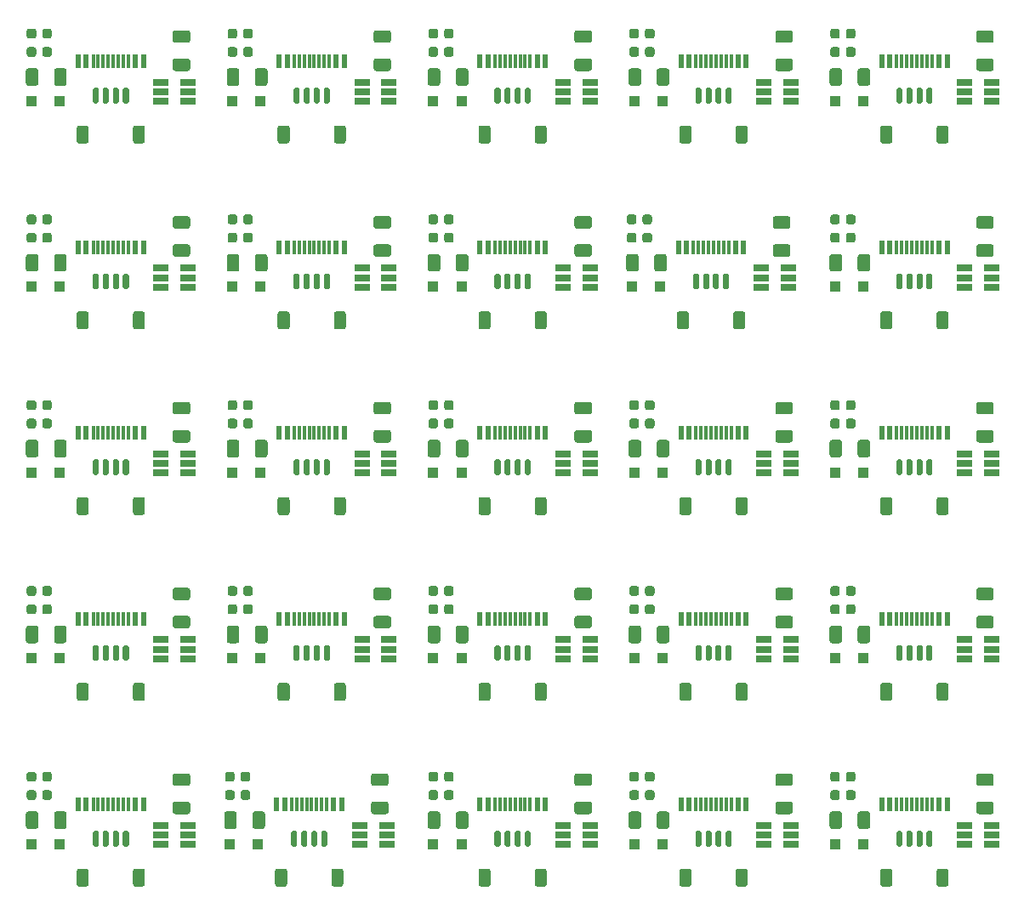
<source format=gtp>
G04 #@! TF.GenerationSoftware,KiCad,Pcbnew,(5.1.10-1-10_14)*
G04 #@! TF.CreationDate,2021-12-04T11:47:49+01:00*
G04 #@! TF.ProjectId,panel,70616e65-6c2e-46b6-9963-61645f706362,C3*
G04 #@! TF.SameCoordinates,Original*
G04 #@! TF.FileFunction,Paste,Top*
G04 #@! TF.FilePolarity,Positive*
%FSLAX46Y46*%
G04 Gerber Fmt 4.6, Leading zero omitted, Abs format (unit mm)*
G04 Created by KiCad (PCBNEW (5.1.10-1-10_14)) date 2021-12-04 11:47:49*
%MOMM*%
%LPD*%
G01*
G04 APERTURE LIST*
%ADD10R,1.560000X0.650000*%
%ADD11R,1.100000X1.100000*%
%ADD12R,0.600000X1.450000*%
%ADD13R,0.300000X1.450000*%
G04 APERTURE END LIST*
D10*
X29000500Y-103068000D03*
X29000500Y-104018000D03*
X29000500Y-102118000D03*
X31700500Y-102118000D03*
X31700500Y-103068000D03*
X31700500Y-104018000D03*
D11*
X16100500Y-103976750D03*
X18900500Y-103976750D03*
G36*
G01*
X17413000Y-96780500D02*
X17888000Y-96780500D01*
G75*
G02*
X18125500Y-97018000I0J-237500D01*
G01*
X18125500Y-97518000D01*
G75*
G02*
X17888000Y-97755500I-237500J0D01*
G01*
X17413000Y-97755500D01*
G75*
G02*
X17175500Y-97518000I0J237500D01*
G01*
X17175500Y-97018000D01*
G75*
G02*
X17413000Y-96780500I237500J0D01*
G01*
G37*
G36*
G01*
X17413000Y-98605500D02*
X17888000Y-98605500D01*
G75*
G02*
X18125500Y-98843000I0J-237500D01*
G01*
X18125500Y-99343000D01*
G75*
G02*
X17888000Y-99580500I-237500J0D01*
G01*
X17413000Y-99580500D01*
G75*
G02*
X17175500Y-99343000I0J237500D01*
G01*
X17175500Y-98843000D01*
G75*
G02*
X17413000Y-98605500I237500J0D01*
G01*
G37*
G36*
G01*
X31650500Y-100993000D02*
X30400500Y-100993000D01*
G75*
G02*
X30150500Y-100743000I0J250000D01*
G01*
X30150500Y-99993000D01*
G75*
G02*
X30400500Y-99743000I250000J0D01*
G01*
X31650500Y-99743000D01*
G75*
G02*
X31900500Y-99993000I0J-250000D01*
G01*
X31900500Y-100743000D01*
G75*
G02*
X31650500Y-100993000I-250000J0D01*
G01*
G37*
G36*
G01*
X31650500Y-98193000D02*
X30400500Y-98193000D01*
G75*
G02*
X30150500Y-97943000I0J250000D01*
G01*
X30150500Y-97193000D01*
G75*
G02*
X30400500Y-96943000I250000J0D01*
G01*
X31650500Y-96943000D01*
G75*
G02*
X31900500Y-97193000I0J-250000D01*
G01*
X31900500Y-97943000D01*
G75*
G02*
X31650500Y-98193000I-250000J0D01*
G01*
G37*
G36*
G01*
X26200500Y-107968001D02*
X26200500Y-106667999D01*
G75*
G02*
X26450499Y-106418000I249999J0D01*
G01*
X27150501Y-106418000D01*
G75*
G02*
X27400500Y-106667999I0J-249999D01*
G01*
X27400500Y-107968001D01*
G75*
G02*
X27150501Y-108218000I-249999J0D01*
G01*
X26450499Y-108218000D01*
G75*
G02*
X26200500Y-107968001I0J249999D01*
G01*
G37*
G36*
G01*
X20600500Y-107968001D02*
X20600500Y-106667999D01*
G75*
G02*
X20850499Y-106418000I249999J0D01*
G01*
X21550501Y-106418000D01*
G75*
G02*
X21800500Y-106667999I0J-249999D01*
G01*
X21800500Y-107968001D01*
G75*
G02*
X21550501Y-108218000I-249999J0D01*
G01*
X20850499Y-108218000D01*
G75*
G02*
X20600500Y-107968001I0J249999D01*
G01*
G37*
G36*
G01*
X25200500Y-104068000D02*
X25200500Y-102818000D01*
G75*
G02*
X25350500Y-102668000I150000J0D01*
G01*
X25650500Y-102668000D01*
G75*
G02*
X25800500Y-102818000I0J-150000D01*
G01*
X25800500Y-104068000D01*
G75*
G02*
X25650500Y-104218000I-150000J0D01*
G01*
X25350500Y-104218000D01*
G75*
G02*
X25200500Y-104068000I0J150000D01*
G01*
G37*
G36*
G01*
X24200500Y-104068000D02*
X24200500Y-102818000D01*
G75*
G02*
X24350500Y-102668000I150000J0D01*
G01*
X24650500Y-102668000D01*
G75*
G02*
X24800500Y-102818000I0J-150000D01*
G01*
X24800500Y-104068000D01*
G75*
G02*
X24650500Y-104218000I-150000J0D01*
G01*
X24350500Y-104218000D01*
G75*
G02*
X24200500Y-104068000I0J150000D01*
G01*
G37*
G36*
G01*
X23200500Y-104068000D02*
X23200500Y-102818000D01*
G75*
G02*
X23350500Y-102668000I150000J0D01*
G01*
X23650500Y-102668000D01*
G75*
G02*
X23800500Y-102818000I0J-150000D01*
G01*
X23800500Y-104068000D01*
G75*
G02*
X23650500Y-104218000I-150000J0D01*
G01*
X23350500Y-104218000D01*
G75*
G02*
X23200500Y-104068000I0J150000D01*
G01*
G37*
G36*
G01*
X22200500Y-104068000D02*
X22200500Y-102818000D01*
G75*
G02*
X22350500Y-102668000I150000J0D01*
G01*
X22650500Y-102668000D01*
G75*
G02*
X22800500Y-102818000I0J-150000D01*
G01*
X22800500Y-104068000D01*
G75*
G02*
X22650500Y-104218000I-150000J0D01*
G01*
X22350500Y-104218000D01*
G75*
G02*
X22200500Y-104068000I0J150000D01*
G01*
G37*
D12*
X20745500Y-100038000D03*
X21545500Y-100038000D03*
X26445500Y-100038000D03*
X27245500Y-100038000D03*
X27245500Y-100038000D03*
X26445500Y-100038000D03*
X21545500Y-100038000D03*
X20745500Y-100038000D03*
D13*
X25745500Y-100038000D03*
X25245500Y-100038000D03*
X24745500Y-100038000D03*
X23745500Y-100038000D03*
X23245500Y-100038000D03*
X22745500Y-100038000D03*
X22245500Y-100038000D03*
X24245500Y-100038000D03*
G36*
G01*
X19596125Y-100970500D02*
X19596125Y-102220500D01*
G75*
G02*
X19346125Y-102470500I-250000J0D01*
G01*
X18596125Y-102470500D01*
G75*
G02*
X18346125Y-102220500I0J250000D01*
G01*
X18346125Y-100970500D01*
G75*
G02*
X18596125Y-100720500I250000J0D01*
G01*
X19346125Y-100720500D01*
G75*
G02*
X19596125Y-100970500I0J-250000D01*
G01*
G37*
G36*
G01*
X16796125Y-100970500D02*
X16796125Y-102220500D01*
G75*
G02*
X16546125Y-102470500I-250000J0D01*
G01*
X15796125Y-102470500D01*
G75*
G02*
X15546125Y-102220500I0J250000D01*
G01*
X15546125Y-100970500D01*
G75*
G02*
X15796125Y-100720500I250000J0D01*
G01*
X16546125Y-100720500D01*
G75*
G02*
X16796125Y-100970500I0J-250000D01*
G01*
G37*
G36*
G01*
X15863000Y-98605500D02*
X16338000Y-98605500D01*
G75*
G02*
X16575500Y-98843000I0J-237500D01*
G01*
X16575500Y-99343000D01*
G75*
G02*
X16338000Y-99580500I-237500J0D01*
G01*
X15863000Y-99580500D01*
G75*
G02*
X15625500Y-99343000I0J237500D01*
G01*
X15625500Y-98843000D01*
G75*
G02*
X15863000Y-98605500I237500J0D01*
G01*
G37*
G36*
G01*
X15863000Y-96780500D02*
X16338000Y-96780500D01*
G75*
G02*
X16575500Y-97018000I0J-237500D01*
G01*
X16575500Y-97518000D01*
G75*
G02*
X16338000Y-97755500I-237500J0D01*
G01*
X15863000Y-97755500D01*
G75*
G02*
X15625500Y-97518000I0J237500D01*
G01*
X15625500Y-97018000D01*
G75*
G02*
X15863000Y-96780500I237500J0D01*
G01*
G37*
D10*
X48750500Y-103068000D03*
X48750500Y-104018000D03*
X48750500Y-102118000D03*
X51450500Y-102118000D03*
X51450500Y-103068000D03*
X51450500Y-104018000D03*
D11*
X35850500Y-103976750D03*
X38650500Y-103976750D03*
G36*
G01*
X37163000Y-96780500D02*
X37638000Y-96780500D01*
G75*
G02*
X37875500Y-97018000I0J-237500D01*
G01*
X37875500Y-97518000D01*
G75*
G02*
X37638000Y-97755500I-237500J0D01*
G01*
X37163000Y-97755500D01*
G75*
G02*
X36925500Y-97518000I0J237500D01*
G01*
X36925500Y-97018000D01*
G75*
G02*
X37163000Y-96780500I237500J0D01*
G01*
G37*
G36*
G01*
X37163000Y-98605500D02*
X37638000Y-98605500D01*
G75*
G02*
X37875500Y-98843000I0J-237500D01*
G01*
X37875500Y-99343000D01*
G75*
G02*
X37638000Y-99580500I-237500J0D01*
G01*
X37163000Y-99580500D01*
G75*
G02*
X36925500Y-99343000I0J237500D01*
G01*
X36925500Y-98843000D01*
G75*
G02*
X37163000Y-98605500I237500J0D01*
G01*
G37*
G36*
G01*
X51400500Y-100993000D02*
X50150500Y-100993000D01*
G75*
G02*
X49900500Y-100743000I0J250000D01*
G01*
X49900500Y-99993000D01*
G75*
G02*
X50150500Y-99743000I250000J0D01*
G01*
X51400500Y-99743000D01*
G75*
G02*
X51650500Y-99993000I0J-250000D01*
G01*
X51650500Y-100743000D01*
G75*
G02*
X51400500Y-100993000I-250000J0D01*
G01*
G37*
G36*
G01*
X51400500Y-98193000D02*
X50150500Y-98193000D01*
G75*
G02*
X49900500Y-97943000I0J250000D01*
G01*
X49900500Y-97193000D01*
G75*
G02*
X50150500Y-96943000I250000J0D01*
G01*
X51400500Y-96943000D01*
G75*
G02*
X51650500Y-97193000I0J-250000D01*
G01*
X51650500Y-97943000D01*
G75*
G02*
X51400500Y-98193000I-250000J0D01*
G01*
G37*
G36*
G01*
X45950500Y-107968001D02*
X45950500Y-106667999D01*
G75*
G02*
X46200499Y-106418000I249999J0D01*
G01*
X46900501Y-106418000D01*
G75*
G02*
X47150500Y-106667999I0J-249999D01*
G01*
X47150500Y-107968001D01*
G75*
G02*
X46900501Y-108218000I-249999J0D01*
G01*
X46200499Y-108218000D01*
G75*
G02*
X45950500Y-107968001I0J249999D01*
G01*
G37*
G36*
G01*
X40350500Y-107968001D02*
X40350500Y-106667999D01*
G75*
G02*
X40600499Y-106418000I249999J0D01*
G01*
X41300501Y-106418000D01*
G75*
G02*
X41550500Y-106667999I0J-249999D01*
G01*
X41550500Y-107968001D01*
G75*
G02*
X41300501Y-108218000I-249999J0D01*
G01*
X40600499Y-108218000D01*
G75*
G02*
X40350500Y-107968001I0J249999D01*
G01*
G37*
G36*
G01*
X44950500Y-104068000D02*
X44950500Y-102818000D01*
G75*
G02*
X45100500Y-102668000I150000J0D01*
G01*
X45400500Y-102668000D01*
G75*
G02*
X45550500Y-102818000I0J-150000D01*
G01*
X45550500Y-104068000D01*
G75*
G02*
X45400500Y-104218000I-150000J0D01*
G01*
X45100500Y-104218000D01*
G75*
G02*
X44950500Y-104068000I0J150000D01*
G01*
G37*
G36*
G01*
X43950500Y-104068000D02*
X43950500Y-102818000D01*
G75*
G02*
X44100500Y-102668000I150000J0D01*
G01*
X44400500Y-102668000D01*
G75*
G02*
X44550500Y-102818000I0J-150000D01*
G01*
X44550500Y-104068000D01*
G75*
G02*
X44400500Y-104218000I-150000J0D01*
G01*
X44100500Y-104218000D01*
G75*
G02*
X43950500Y-104068000I0J150000D01*
G01*
G37*
G36*
G01*
X42950500Y-104068000D02*
X42950500Y-102818000D01*
G75*
G02*
X43100500Y-102668000I150000J0D01*
G01*
X43400500Y-102668000D01*
G75*
G02*
X43550500Y-102818000I0J-150000D01*
G01*
X43550500Y-104068000D01*
G75*
G02*
X43400500Y-104218000I-150000J0D01*
G01*
X43100500Y-104218000D01*
G75*
G02*
X42950500Y-104068000I0J150000D01*
G01*
G37*
G36*
G01*
X41950500Y-104068000D02*
X41950500Y-102818000D01*
G75*
G02*
X42100500Y-102668000I150000J0D01*
G01*
X42400500Y-102668000D01*
G75*
G02*
X42550500Y-102818000I0J-150000D01*
G01*
X42550500Y-104068000D01*
G75*
G02*
X42400500Y-104218000I-150000J0D01*
G01*
X42100500Y-104218000D01*
G75*
G02*
X41950500Y-104068000I0J150000D01*
G01*
G37*
D12*
X40495500Y-100038000D03*
X41295500Y-100038000D03*
X46195500Y-100038000D03*
X46995500Y-100038000D03*
X46995500Y-100038000D03*
X46195500Y-100038000D03*
X41295500Y-100038000D03*
X40495500Y-100038000D03*
D13*
X45495500Y-100038000D03*
X44995500Y-100038000D03*
X44495500Y-100038000D03*
X43495500Y-100038000D03*
X42995500Y-100038000D03*
X42495500Y-100038000D03*
X41995500Y-100038000D03*
X43995500Y-100038000D03*
G36*
G01*
X39346125Y-100970500D02*
X39346125Y-102220500D01*
G75*
G02*
X39096125Y-102470500I-250000J0D01*
G01*
X38346125Y-102470500D01*
G75*
G02*
X38096125Y-102220500I0J250000D01*
G01*
X38096125Y-100970500D01*
G75*
G02*
X38346125Y-100720500I250000J0D01*
G01*
X39096125Y-100720500D01*
G75*
G02*
X39346125Y-100970500I0J-250000D01*
G01*
G37*
G36*
G01*
X36546125Y-100970500D02*
X36546125Y-102220500D01*
G75*
G02*
X36296125Y-102470500I-250000J0D01*
G01*
X35546125Y-102470500D01*
G75*
G02*
X35296125Y-102220500I0J250000D01*
G01*
X35296125Y-100970500D01*
G75*
G02*
X35546125Y-100720500I250000J0D01*
G01*
X36296125Y-100720500D01*
G75*
G02*
X36546125Y-100970500I0J-250000D01*
G01*
G37*
G36*
G01*
X35613000Y-98605500D02*
X36088000Y-98605500D01*
G75*
G02*
X36325500Y-98843000I0J-237500D01*
G01*
X36325500Y-99343000D01*
G75*
G02*
X36088000Y-99580500I-237500J0D01*
G01*
X35613000Y-99580500D01*
G75*
G02*
X35375500Y-99343000I0J237500D01*
G01*
X35375500Y-98843000D01*
G75*
G02*
X35613000Y-98605500I237500J0D01*
G01*
G37*
G36*
G01*
X35613000Y-96780500D02*
X36088000Y-96780500D01*
G75*
G02*
X36325500Y-97018000I0J-237500D01*
G01*
X36325500Y-97518000D01*
G75*
G02*
X36088000Y-97755500I-237500J0D01*
G01*
X35613000Y-97755500D01*
G75*
G02*
X35375500Y-97518000I0J237500D01*
G01*
X35375500Y-97018000D01*
G75*
G02*
X35613000Y-96780500I237500J0D01*
G01*
G37*
D10*
X69000500Y-103068000D03*
X69000500Y-104018000D03*
X69000500Y-102118000D03*
X71700500Y-102118000D03*
X71700500Y-103068000D03*
X71700500Y-104018000D03*
D11*
X56100500Y-103976750D03*
X58900500Y-103976750D03*
G36*
G01*
X57413000Y-96780500D02*
X57888000Y-96780500D01*
G75*
G02*
X58125500Y-97018000I0J-237500D01*
G01*
X58125500Y-97518000D01*
G75*
G02*
X57888000Y-97755500I-237500J0D01*
G01*
X57413000Y-97755500D01*
G75*
G02*
X57175500Y-97518000I0J237500D01*
G01*
X57175500Y-97018000D01*
G75*
G02*
X57413000Y-96780500I237500J0D01*
G01*
G37*
G36*
G01*
X57413000Y-98605500D02*
X57888000Y-98605500D01*
G75*
G02*
X58125500Y-98843000I0J-237500D01*
G01*
X58125500Y-99343000D01*
G75*
G02*
X57888000Y-99580500I-237500J0D01*
G01*
X57413000Y-99580500D01*
G75*
G02*
X57175500Y-99343000I0J237500D01*
G01*
X57175500Y-98843000D01*
G75*
G02*
X57413000Y-98605500I237500J0D01*
G01*
G37*
G36*
G01*
X71650500Y-100993000D02*
X70400500Y-100993000D01*
G75*
G02*
X70150500Y-100743000I0J250000D01*
G01*
X70150500Y-99993000D01*
G75*
G02*
X70400500Y-99743000I250000J0D01*
G01*
X71650500Y-99743000D01*
G75*
G02*
X71900500Y-99993000I0J-250000D01*
G01*
X71900500Y-100743000D01*
G75*
G02*
X71650500Y-100993000I-250000J0D01*
G01*
G37*
G36*
G01*
X71650500Y-98193000D02*
X70400500Y-98193000D01*
G75*
G02*
X70150500Y-97943000I0J250000D01*
G01*
X70150500Y-97193000D01*
G75*
G02*
X70400500Y-96943000I250000J0D01*
G01*
X71650500Y-96943000D01*
G75*
G02*
X71900500Y-97193000I0J-250000D01*
G01*
X71900500Y-97943000D01*
G75*
G02*
X71650500Y-98193000I-250000J0D01*
G01*
G37*
G36*
G01*
X66200500Y-107968001D02*
X66200500Y-106667999D01*
G75*
G02*
X66450499Y-106418000I249999J0D01*
G01*
X67150501Y-106418000D01*
G75*
G02*
X67400500Y-106667999I0J-249999D01*
G01*
X67400500Y-107968001D01*
G75*
G02*
X67150501Y-108218000I-249999J0D01*
G01*
X66450499Y-108218000D01*
G75*
G02*
X66200500Y-107968001I0J249999D01*
G01*
G37*
G36*
G01*
X60600500Y-107968001D02*
X60600500Y-106667999D01*
G75*
G02*
X60850499Y-106418000I249999J0D01*
G01*
X61550501Y-106418000D01*
G75*
G02*
X61800500Y-106667999I0J-249999D01*
G01*
X61800500Y-107968001D01*
G75*
G02*
X61550501Y-108218000I-249999J0D01*
G01*
X60850499Y-108218000D01*
G75*
G02*
X60600500Y-107968001I0J249999D01*
G01*
G37*
G36*
G01*
X65200500Y-104068000D02*
X65200500Y-102818000D01*
G75*
G02*
X65350500Y-102668000I150000J0D01*
G01*
X65650500Y-102668000D01*
G75*
G02*
X65800500Y-102818000I0J-150000D01*
G01*
X65800500Y-104068000D01*
G75*
G02*
X65650500Y-104218000I-150000J0D01*
G01*
X65350500Y-104218000D01*
G75*
G02*
X65200500Y-104068000I0J150000D01*
G01*
G37*
G36*
G01*
X64200500Y-104068000D02*
X64200500Y-102818000D01*
G75*
G02*
X64350500Y-102668000I150000J0D01*
G01*
X64650500Y-102668000D01*
G75*
G02*
X64800500Y-102818000I0J-150000D01*
G01*
X64800500Y-104068000D01*
G75*
G02*
X64650500Y-104218000I-150000J0D01*
G01*
X64350500Y-104218000D01*
G75*
G02*
X64200500Y-104068000I0J150000D01*
G01*
G37*
G36*
G01*
X63200500Y-104068000D02*
X63200500Y-102818000D01*
G75*
G02*
X63350500Y-102668000I150000J0D01*
G01*
X63650500Y-102668000D01*
G75*
G02*
X63800500Y-102818000I0J-150000D01*
G01*
X63800500Y-104068000D01*
G75*
G02*
X63650500Y-104218000I-150000J0D01*
G01*
X63350500Y-104218000D01*
G75*
G02*
X63200500Y-104068000I0J150000D01*
G01*
G37*
G36*
G01*
X62200500Y-104068000D02*
X62200500Y-102818000D01*
G75*
G02*
X62350500Y-102668000I150000J0D01*
G01*
X62650500Y-102668000D01*
G75*
G02*
X62800500Y-102818000I0J-150000D01*
G01*
X62800500Y-104068000D01*
G75*
G02*
X62650500Y-104218000I-150000J0D01*
G01*
X62350500Y-104218000D01*
G75*
G02*
X62200500Y-104068000I0J150000D01*
G01*
G37*
D12*
X60745500Y-100038000D03*
X61545500Y-100038000D03*
X66445500Y-100038000D03*
X67245500Y-100038000D03*
X67245500Y-100038000D03*
X66445500Y-100038000D03*
X61545500Y-100038000D03*
X60745500Y-100038000D03*
D13*
X65745500Y-100038000D03*
X65245500Y-100038000D03*
X64745500Y-100038000D03*
X63745500Y-100038000D03*
X63245500Y-100038000D03*
X62745500Y-100038000D03*
X62245500Y-100038000D03*
X64245500Y-100038000D03*
G36*
G01*
X59596125Y-100970500D02*
X59596125Y-102220500D01*
G75*
G02*
X59346125Y-102470500I-250000J0D01*
G01*
X58596125Y-102470500D01*
G75*
G02*
X58346125Y-102220500I0J250000D01*
G01*
X58346125Y-100970500D01*
G75*
G02*
X58596125Y-100720500I250000J0D01*
G01*
X59346125Y-100720500D01*
G75*
G02*
X59596125Y-100970500I0J-250000D01*
G01*
G37*
G36*
G01*
X56796125Y-100970500D02*
X56796125Y-102220500D01*
G75*
G02*
X56546125Y-102470500I-250000J0D01*
G01*
X55796125Y-102470500D01*
G75*
G02*
X55546125Y-102220500I0J250000D01*
G01*
X55546125Y-100970500D01*
G75*
G02*
X55796125Y-100720500I250000J0D01*
G01*
X56546125Y-100720500D01*
G75*
G02*
X56796125Y-100970500I0J-250000D01*
G01*
G37*
G36*
G01*
X55863000Y-98605500D02*
X56338000Y-98605500D01*
G75*
G02*
X56575500Y-98843000I0J-237500D01*
G01*
X56575500Y-99343000D01*
G75*
G02*
X56338000Y-99580500I-237500J0D01*
G01*
X55863000Y-99580500D01*
G75*
G02*
X55625500Y-99343000I0J237500D01*
G01*
X55625500Y-98843000D01*
G75*
G02*
X55863000Y-98605500I237500J0D01*
G01*
G37*
G36*
G01*
X55863000Y-96780500D02*
X56338000Y-96780500D01*
G75*
G02*
X56575500Y-97018000I0J-237500D01*
G01*
X56575500Y-97518000D01*
G75*
G02*
X56338000Y-97755500I-237500J0D01*
G01*
X55863000Y-97755500D01*
G75*
G02*
X55625500Y-97518000I0J237500D01*
G01*
X55625500Y-97018000D01*
G75*
G02*
X55863000Y-96780500I237500J0D01*
G01*
G37*
D10*
X89000500Y-103068000D03*
X89000500Y-104018000D03*
X89000500Y-102118000D03*
X91700500Y-102118000D03*
X91700500Y-103068000D03*
X91700500Y-104018000D03*
D11*
X76100500Y-103976750D03*
X78900500Y-103976750D03*
G36*
G01*
X77413000Y-96780500D02*
X77888000Y-96780500D01*
G75*
G02*
X78125500Y-97018000I0J-237500D01*
G01*
X78125500Y-97518000D01*
G75*
G02*
X77888000Y-97755500I-237500J0D01*
G01*
X77413000Y-97755500D01*
G75*
G02*
X77175500Y-97518000I0J237500D01*
G01*
X77175500Y-97018000D01*
G75*
G02*
X77413000Y-96780500I237500J0D01*
G01*
G37*
G36*
G01*
X77413000Y-98605500D02*
X77888000Y-98605500D01*
G75*
G02*
X78125500Y-98843000I0J-237500D01*
G01*
X78125500Y-99343000D01*
G75*
G02*
X77888000Y-99580500I-237500J0D01*
G01*
X77413000Y-99580500D01*
G75*
G02*
X77175500Y-99343000I0J237500D01*
G01*
X77175500Y-98843000D01*
G75*
G02*
X77413000Y-98605500I237500J0D01*
G01*
G37*
G36*
G01*
X91650500Y-100993000D02*
X90400500Y-100993000D01*
G75*
G02*
X90150500Y-100743000I0J250000D01*
G01*
X90150500Y-99993000D01*
G75*
G02*
X90400500Y-99743000I250000J0D01*
G01*
X91650500Y-99743000D01*
G75*
G02*
X91900500Y-99993000I0J-250000D01*
G01*
X91900500Y-100743000D01*
G75*
G02*
X91650500Y-100993000I-250000J0D01*
G01*
G37*
G36*
G01*
X91650500Y-98193000D02*
X90400500Y-98193000D01*
G75*
G02*
X90150500Y-97943000I0J250000D01*
G01*
X90150500Y-97193000D01*
G75*
G02*
X90400500Y-96943000I250000J0D01*
G01*
X91650500Y-96943000D01*
G75*
G02*
X91900500Y-97193000I0J-250000D01*
G01*
X91900500Y-97943000D01*
G75*
G02*
X91650500Y-98193000I-250000J0D01*
G01*
G37*
G36*
G01*
X86200500Y-107968001D02*
X86200500Y-106667999D01*
G75*
G02*
X86450499Y-106418000I249999J0D01*
G01*
X87150501Y-106418000D01*
G75*
G02*
X87400500Y-106667999I0J-249999D01*
G01*
X87400500Y-107968001D01*
G75*
G02*
X87150501Y-108218000I-249999J0D01*
G01*
X86450499Y-108218000D01*
G75*
G02*
X86200500Y-107968001I0J249999D01*
G01*
G37*
G36*
G01*
X80600500Y-107968001D02*
X80600500Y-106667999D01*
G75*
G02*
X80850499Y-106418000I249999J0D01*
G01*
X81550501Y-106418000D01*
G75*
G02*
X81800500Y-106667999I0J-249999D01*
G01*
X81800500Y-107968001D01*
G75*
G02*
X81550501Y-108218000I-249999J0D01*
G01*
X80850499Y-108218000D01*
G75*
G02*
X80600500Y-107968001I0J249999D01*
G01*
G37*
G36*
G01*
X85200500Y-104068000D02*
X85200500Y-102818000D01*
G75*
G02*
X85350500Y-102668000I150000J0D01*
G01*
X85650500Y-102668000D01*
G75*
G02*
X85800500Y-102818000I0J-150000D01*
G01*
X85800500Y-104068000D01*
G75*
G02*
X85650500Y-104218000I-150000J0D01*
G01*
X85350500Y-104218000D01*
G75*
G02*
X85200500Y-104068000I0J150000D01*
G01*
G37*
G36*
G01*
X84200500Y-104068000D02*
X84200500Y-102818000D01*
G75*
G02*
X84350500Y-102668000I150000J0D01*
G01*
X84650500Y-102668000D01*
G75*
G02*
X84800500Y-102818000I0J-150000D01*
G01*
X84800500Y-104068000D01*
G75*
G02*
X84650500Y-104218000I-150000J0D01*
G01*
X84350500Y-104218000D01*
G75*
G02*
X84200500Y-104068000I0J150000D01*
G01*
G37*
G36*
G01*
X83200500Y-104068000D02*
X83200500Y-102818000D01*
G75*
G02*
X83350500Y-102668000I150000J0D01*
G01*
X83650500Y-102668000D01*
G75*
G02*
X83800500Y-102818000I0J-150000D01*
G01*
X83800500Y-104068000D01*
G75*
G02*
X83650500Y-104218000I-150000J0D01*
G01*
X83350500Y-104218000D01*
G75*
G02*
X83200500Y-104068000I0J150000D01*
G01*
G37*
G36*
G01*
X82200500Y-104068000D02*
X82200500Y-102818000D01*
G75*
G02*
X82350500Y-102668000I150000J0D01*
G01*
X82650500Y-102668000D01*
G75*
G02*
X82800500Y-102818000I0J-150000D01*
G01*
X82800500Y-104068000D01*
G75*
G02*
X82650500Y-104218000I-150000J0D01*
G01*
X82350500Y-104218000D01*
G75*
G02*
X82200500Y-104068000I0J150000D01*
G01*
G37*
D12*
X80745500Y-100038000D03*
X81545500Y-100038000D03*
X86445500Y-100038000D03*
X87245500Y-100038000D03*
X87245500Y-100038000D03*
X86445500Y-100038000D03*
X81545500Y-100038000D03*
X80745500Y-100038000D03*
D13*
X85745500Y-100038000D03*
X85245500Y-100038000D03*
X84745500Y-100038000D03*
X83745500Y-100038000D03*
X83245500Y-100038000D03*
X82745500Y-100038000D03*
X82245500Y-100038000D03*
X84245500Y-100038000D03*
G36*
G01*
X79596125Y-100970500D02*
X79596125Y-102220500D01*
G75*
G02*
X79346125Y-102470500I-250000J0D01*
G01*
X78596125Y-102470500D01*
G75*
G02*
X78346125Y-102220500I0J250000D01*
G01*
X78346125Y-100970500D01*
G75*
G02*
X78596125Y-100720500I250000J0D01*
G01*
X79346125Y-100720500D01*
G75*
G02*
X79596125Y-100970500I0J-250000D01*
G01*
G37*
G36*
G01*
X76796125Y-100970500D02*
X76796125Y-102220500D01*
G75*
G02*
X76546125Y-102470500I-250000J0D01*
G01*
X75796125Y-102470500D01*
G75*
G02*
X75546125Y-102220500I0J250000D01*
G01*
X75546125Y-100970500D01*
G75*
G02*
X75796125Y-100720500I250000J0D01*
G01*
X76546125Y-100720500D01*
G75*
G02*
X76796125Y-100970500I0J-250000D01*
G01*
G37*
G36*
G01*
X75863000Y-98605500D02*
X76338000Y-98605500D01*
G75*
G02*
X76575500Y-98843000I0J-237500D01*
G01*
X76575500Y-99343000D01*
G75*
G02*
X76338000Y-99580500I-237500J0D01*
G01*
X75863000Y-99580500D01*
G75*
G02*
X75625500Y-99343000I0J237500D01*
G01*
X75625500Y-98843000D01*
G75*
G02*
X75863000Y-98605500I237500J0D01*
G01*
G37*
G36*
G01*
X75863000Y-96780500D02*
X76338000Y-96780500D01*
G75*
G02*
X76575500Y-97018000I0J-237500D01*
G01*
X76575500Y-97518000D01*
G75*
G02*
X76338000Y-97755500I-237500J0D01*
G01*
X75863000Y-97755500D01*
G75*
G02*
X75625500Y-97518000I0J237500D01*
G01*
X75625500Y-97018000D01*
G75*
G02*
X75863000Y-96780500I237500J0D01*
G01*
G37*
D10*
X109000500Y-103068000D03*
X109000500Y-104018000D03*
X109000500Y-102118000D03*
X111700500Y-102118000D03*
X111700500Y-103068000D03*
X111700500Y-104018000D03*
D11*
X96100500Y-103976750D03*
X98900500Y-103976750D03*
G36*
G01*
X97413000Y-96780500D02*
X97888000Y-96780500D01*
G75*
G02*
X98125500Y-97018000I0J-237500D01*
G01*
X98125500Y-97518000D01*
G75*
G02*
X97888000Y-97755500I-237500J0D01*
G01*
X97413000Y-97755500D01*
G75*
G02*
X97175500Y-97518000I0J237500D01*
G01*
X97175500Y-97018000D01*
G75*
G02*
X97413000Y-96780500I237500J0D01*
G01*
G37*
G36*
G01*
X97413000Y-98605500D02*
X97888000Y-98605500D01*
G75*
G02*
X98125500Y-98843000I0J-237500D01*
G01*
X98125500Y-99343000D01*
G75*
G02*
X97888000Y-99580500I-237500J0D01*
G01*
X97413000Y-99580500D01*
G75*
G02*
X97175500Y-99343000I0J237500D01*
G01*
X97175500Y-98843000D01*
G75*
G02*
X97413000Y-98605500I237500J0D01*
G01*
G37*
G36*
G01*
X111650500Y-100993000D02*
X110400500Y-100993000D01*
G75*
G02*
X110150500Y-100743000I0J250000D01*
G01*
X110150500Y-99993000D01*
G75*
G02*
X110400500Y-99743000I250000J0D01*
G01*
X111650500Y-99743000D01*
G75*
G02*
X111900500Y-99993000I0J-250000D01*
G01*
X111900500Y-100743000D01*
G75*
G02*
X111650500Y-100993000I-250000J0D01*
G01*
G37*
G36*
G01*
X111650500Y-98193000D02*
X110400500Y-98193000D01*
G75*
G02*
X110150500Y-97943000I0J250000D01*
G01*
X110150500Y-97193000D01*
G75*
G02*
X110400500Y-96943000I250000J0D01*
G01*
X111650500Y-96943000D01*
G75*
G02*
X111900500Y-97193000I0J-250000D01*
G01*
X111900500Y-97943000D01*
G75*
G02*
X111650500Y-98193000I-250000J0D01*
G01*
G37*
G36*
G01*
X106200500Y-107968001D02*
X106200500Y-106667999D01*
G75*
G02*
X106450499Y-106418000I249999J0D01*
G01*
X107150501Y-106418000D01*
G75*
G02*
X107400500Y-106667999I0J-249999D01*
G01*
X107400500Y-107968001D01*
G75*
G02*
X107150501Y-108218000I-249999J0D01*
G01*
X106450499Y-108218000D01*
G75*
G02*
X106200500Y-107968001I0J249999D01*
G01*
G37*
G36*
G01*
X100600500Y-107968001D02*
X100600500Y-106667999D01*
G75*
G02*
X100850499Y-106418000I249999J0D01*
G01*
X101550501Y-106418000D01*
G75*
G02*
X101800500Y-106667999I0J-249999D01*
G01*
X101800500Y-107968001D01*
G75*
G02*
X101550501Y-108218000I-249999J0D01*
G01*
X100850499Y-108218000D01*
G75*
G02*
X100600500Y-107968001I0J249999D01*
G01*
G37*
G36*
G01*
X105200500Y-104068000D02*
X105200500Y-102818000D01*
G75*
G02*
X105350500Y-102668000I150000J0D01*
G01*
X105650500Y-102668000D01*
G75*
G02*
X105800500Y-102818000I0J-150000D01*
G01*
X105800500Y-104068000D01*
G75*
G02*
X105650500Y-104218000I-150000J0D01*
G01*
X105350500Y-104218000D01*
G75*
G02*
X105200500Y-104068000I0J150000D01*
G01*
G37*
G36*
G01*
X104200500Y-104068000D02*
X104200500Y-102818000D01*
G75*
G02*
X104350500Y-102668000I150000J0D01*
G01*
X104650500Y-102668000D01*
G75*
G02*
X104800500Y-102818000I0J-150000D01*
G01*
X104800500Y-104068000D01*
G75*
G02*
X104650500Y-104218000I-150000J0D01*
G01*
X104350500Y-104218000D01*
G75*
G02*
X104200500Y-104068000I0J150000D01*
G01*
G37*
G36*
G01*
X103200500Y-104068000D02*
X103200500Y-102818000D01*
G75*
G02*
X103350500Y-102668000I150000J0D01*
G01*
X103650500Y-102668000D01*
G75*
G02*
X103800500Y-102818000I0J-150000D01*
G01*
X103800500Y-104068000D01*
G75*
G02*
X103650500Y-104218000I-150000J0D01*
G01*
X103350500Y-104218000D01*
G75*
G02*
X103200500Y-104068000I0J150000D01*
G01*
G37*
G36*
G01*
X102200500Y-104068000D02*
X102200500Y-102818000D01*
G75*
G02*
X102350500Y-102668000I150000J0D01*
G01*
X102650500Y-102668000D01*
G75*
G02*
X102800500Y-102818000I0J-150000D01*
G01*
X102800500Y-104068000D01*
G75*
G02*
X102650500Y-104218000I-150000J0D01*
G01*
X102350500Y-104218000D01*
G75*
G02*
X102200500Y-104068000I0J150000D01*
G01*
G37*
D12*
X100745500Y-100038000D03*
X101545500Y-100038000D03*
X106445500Y-100038000D03*
X107245500Y-100038000D03*
X107245500Y-100038000D03*
X106445500Y-100038000D03*
X101545500Y-100038000D03*
X100745500Y-100038000D03*
D13*
X105745500Y-100038000D03*
X105245500Y-100038000D03*
X104745500Y-100038000D03*
X103745500Y-100038000D03*
X103245500Y-100038000D03*
X102745500Y-100038000D03*
X102245500Y-100038000D03*
X104245500Y-100038000D03*
G36*
G01*
X99596125Y-100970500D02*
X99596125Y-102220500D01*
G75*
G02*
X99346125Y-102470500I-250000J0D01*
G01*
X98596125Y-102470500D01*
G75*
G02*
X98346125Y-102220500I0J250000D01*
G01*
X98346125Y-100970500D01*
G75*
G02*
X98596125Y-100720500I250000J0D01*
G01*
X99346125Y-100720500D01*
G75*
G02*
X99596125Y-100970500I0J-250000D01*
G01*
G37*
G36*
G01*
X96796125Y-100970500D02*
X96796125Y-102220500D01*
G75*
G02*
X96546125Y-102470500I-250000J0D01*
G01*
X95796125Y-102470500D01*
G75*
G02*
X95546125Y-102220500I0J250000D01*
G01*
X95546125Y-100970500D01*
G75*
G02*
X95796125Y-100720500I250000J0D01*
G01*
X96546125Y-100720500D01*
G75*
G02*
X96796125Y-100970500I0J-250000D01*
G01*
G37*
G36*
G01*
X95863000Y-98605500D02*
X96338000Y-98605500D01*
G75*
G02*
X96575500Y-98843000I0J-237500D01*
G01*
X96575500Y-99343000D01*
G75*
G02*
X96338000Y-99580500I-237500J0D01*
G01*
X95863000Y-99580500D01*
G75*
G02*
X95625500Y-99343000I0J237500D01*
G01*
X95625500Y-98843000D01*
G75*
G02*
X95863000Y-98605500I237500J0D01*
G01*
G37*
G36*
G01*
X95863000Y-96780500D02*
X96338000Y-96780500D01*
G75*
G02*
X96575500Y-97018000I0J-237500D01*
G01*
X96575500Y-97518000D01*
G75*
G02*
X96338000Y-97755500I-237500J0D01*
G01*
X95863000Y-97755500D01*
G75*
G02*
X95625500Y-97518000I0J237500D01*
G01*
X95625500Y-97018000D01*
G75*
G02*
X95863000Y-96780500I237500J0D01*
G01*
G37*
D10*
X109000500Y-84568000D03*
X109000500Y-85518000D03*
X109000500Y-83618000D03*
X111700500Y-83618000D03*
X111700500Y-84568000D03*
X111700500Y-85518000D03*
D11*
X96100500Y-85476750D03*
X98900500Y-85476750D03*
G36*
G01*
X97413000Y-78280500D02*
X97888000Y-78280500D01*
G75*
G02*
X98125500Y-78518000I0J-237500D01*
G01*
X98125500Y-79018000D01*
G75*
G02*
X97888000Y-79255500I-237500J0D01*
G01*
X97413000Y-79255500D01*
G75*
G02*
X97175500Y-79018000I0J237500D01*
G01*
X97175500Y-78518000D01*
G75*
G02*
X97413000Y-78280500I237500J0D01*
G01*
G37*
G36*
G01*
X97413000Y-80105500D02*
X97888000Y-80105500D01*
G75*
G02*
X98125500Y-80343000I0J-237500D01*
G01*
X98125500Y-80843000D01*
G75*
G02*
X97888000Y-81080500I-237500J0D01*
G01*
X97413000Y-81080500D01*
G75*
G02*
X97175500Y-80843000I0J237500D01*
G01*
X97175500Y-80343000D01*
G75*
G02*
X97413000Y-80105500I237500J0D01*
G01*
G37*
G36*
G01*
X111650500Y-82493000D02*
X110400500Y-82493000D01*
G75*
G02*
X110150500Y-82243000I0J250000D01*
G01*
X110150500Y-81493000D01*
G75*
G02*
X110400500Y-81243000I250000J0D01*
G01*
X111650500Y-81243000D01*
G75*
G02*
X111900500Y-81493000I0J-250000D01*
G01*
X111900500Y-82243000D01*
G75*
G02*
X111650500Y-82493000I-250000J0D01*
G01*
G37*
G36*
G01*
X111650500Y-79693000D02*
X110400500Y-79693000D01*
G75*
G02*
X110150500Y-79443000I0J250000D01*
G01*
X110150500Y-78693000D01*
G75*
G02*
X110400500Y-78443000I250000J0D01*
G01*
X111650500Y-78443000D01*
G75*
G02*
X111900500Y-78693000I0J-250000D01*
G01*
X111900500Y-79443000D01*
G75*
G02*
X111650500Y-79693000I-250000J0D01*
G01*
G37*
G36*
G01*
X106200500Y-89468001D02*
X106200500Y-88167999D01*
G75*
G02*
X106450499Y-87918000I249999J0D01*
G01*
X107150501Y-87918000D01*
G75*
G02*
X107400500Y-88167999I0J-249999D01*
G01*
X107400500Y-89468001D01*
G75*
G02*
X107150501Y-89718000I-249999J0D01*
G01*
X106450499Y-89718000D01*
G75*
G02*
X106200500Y-89468001I0J249999D01*
G01*
G37*
G36*
G01*
X100600500Y-89468001D02*
X100600500Y-88167999D01*
G75*
G02*
X100850499Y-87918000I249999J0D01*
G01*
X101550501Y-87918000D01*
G75*
G02*
X101800500Y-88167999I0J-249999D01*
G01*
X101800500Y-89468001D01*
G75*
G02*
X101550501Y-89718000I-249999J0D01*
G01*
X100850499Y-89718000D01*
G75*
G02*
X100600500Y-89468001I0J249999D01*
G01*
G37*
G36*
G01*
X105200500Y-85568000D02*
X105200500Y-84318000D01*
G75*
G02*
X105350500Y-84168000I150000J0D01*
G01*
X105650500Y-84168000D01*
G75*
G02*
X105800500Y-84318000I0J-150000D01*
G01*
X105800500Y-85568000D01*
G75*
G02*
X105650500Y-85718000I-150000J0D01*
G01*
X105350500Y-85718000D01*
G75*
G02*
X105200500Y-85568000I0J150000D01*
G01*
G37*
G36*
G01*
X104200500Y-85568000D02*
X104200500Y-84318000D01*
G75*
G02*
X104350500Y-84168000I150000J0D01*
G01*
X104650500Y-84168000D01*
G75*
G02*
X104800500Y-84318000I0J-150000D01*
G01*
X104800500Y-85568000D01*
G75*
G02*
X104650500Y-85718000I-150000J0D01*
G01*
X104350500Y-85718000D01*
G75*
G02*
X104200500Y-85568000I0J150000D01*
G01*
G37*
G36*
G01*
X103200500Y-85568000D02*
X103200500Y-84318000D01*
G75*
G02*
X103350500Y-84168000I150000J0D01*
G01*
X103650500Y-84168000D01*
G75*
G02*
X103800500Y-84318000I0J-150000D01*
G01*
X103800500Y-85568000D01*
G75*
G02*
X103650500Y-85718000I-150000J0D01*
G01*
X103350500Y-85718000D01*
G75*
G02*
X103200500Y-85568000I0J150000D01*
G01*
G37*
G36*
G01*
X102200500Y-85568000D02*
X102200500Y-84318000D01*
G75*
G02*
X102350500Y-84168000I150000J0D01*
G01*
X102650500Y-84168000D01*
G75*
G02*
X102800500Y-84318000I0J-150000D01*
G01*
X102800500Y-85568000D01*
G75*
G02*
X102650500Y-85718000I-150000J0D01*
G01*
X102350500Y-85718000D01*
G75*
G02*
X102200500Y-85568000I0J150000D01*
G01*
G37*
D12*
X100745500Y-81538000D03*
X101545500Y-81538000D03*
X106445500Y-81538000D03*
X107245500Y-81538000D03*
X107245500Y-81538000D03*
X106445500Y-81538000D03*
X101545500Y-81538000D03*
X100745500Y-81538000D03*
D13*
X105745500Y-81538000D03*
X105245500Y-81538000D03*
X104745500Y-81538000D03*
X103745500Y-81538000D03*
X103245500Y-81538000D03*
X102745500Y-81538000D03*
X102245500Y-81538000D03*
X104245500Y-81538000D03*
G36*
G01*
X99596125Y-82470500D02*
X99596125Y-83720500D01*
G75*
G02*
X99346125Y-83970500I-250000J0D01*
G01*
X98596125Y-83970500D01*
G75*
G02*
X98346125Y-83720500I0J250000D01*
G01*
X98346125Y-82470500D01*
G75*
G02*
X98596125Y-82220500I250000J0D01*
G01*
X99346125Y-82220500D01*
G75*
G02*
X99596125Y-82470500I0J-250000D01*
G01*
G37*
G36*
G01*
X96796125Y-82470500D02*
X96796125Y-83720500D01*
G75*
G02*
X96546125Y-83970500I-250000J0D01*
G01*
X95796125Y-83970500D01*
G75*
G02*
X95546125Y-83720500I0J250000D01*
G01*
X95546125Y-82470500D01*
G75*
G02*
X95796125Y-82220500I250000J0D01*
G01*
X96546125Y-82220500D01*
G75*
G02*
X96796125Y-82470500I0J-250000D01*
G01*
G37*
G36*
G01*
X95863000Y-80105500D02*
X96338000Y-80105500D01*
G75*
G02*
X96575500Y-80343000I0J-237500D01*
G01*
X96575500Y-80843000D01*
G75*
G02*
X96338000Y-81080500I-237500J0D01*
G01*
X95863000Y-81080500D01*
G75*
G02*
X95625500Y-80843000I0J237500D01*
G01*
X95625500Y-80343000D01*
G75*
G02*
X95863000Y-80105500I237500J0D01*
G01*
G37*
G36*
G01*
X95863000Y-78280500D02*
X96338000Y-78280500D01*
G75*
G02*
X96575500Y-78518000I0J-237500D01*
G01*
X96575500Y-79018000D01*
G75*
G02*
X96338000Y-79255500I-237500J0D01*
G01*
X95863000Y-79255500D01*
G75*
G02*
X95625500Y-79018000I0J237500D01*
G01*
X95625500Y-78518000D01*
G75*
G02*
X95863000Y-78280500I237500J0D01*
G01*
G37*
D10*
X89000500Y-84568000D03*
X89000500Y-85518000D03*
X89000500Y-83618000D03*
X91700500Y-83618000D03*
X91700500Y-84568000D03*
X91700500Y-85518000D03*
D11*
X76100500Y-85476750D03*
X78900500Y-85476750D03*
G36*
G01*
X77413000Y-78280500D02*
X77888000Y-78280500D01*
G75*
G02*
X78125500Y-78518000I0J-237500D01*
G01*
X78125500Y-79018000D01*
G75*
G02*
X77888000Y-79255500I-237500J0D01*
G01*
X77413000Y-79255500D01*
G75*
G02*
X77175500Y-79018000I0J237500D01*
G01*
X77175500Y-78518000D01*
G75*
G02*
X77413000Y-78280500I237500J0D01*
G01*
G37*
G36*
G01*
X77413000Y-80105500D02*
X77888000Y-80105500D01*
G75*
G02*
X78125500Y-80343000I0J-237500D01*
G01*
X78125500Y-80843000D01*
G75*
G02*
X77888000Y-81080500I-237500J0D01*
G01*
X77413000Y-81080500D01*
G75*
G02*
X77175500Y-80843000I0J237500D01*
G01*
X77175500Y-80343000D01*
G75*
G02*
X77413000Y-80105500I237500J0D01*
G01*
G37*
G36*
G01*
X91650500Y-82493000D02*
X90400500Y-82493000D01*
G75*
G02*
X90150500Y-82243000I0J250000D01*
G01*
X90150500Y-81493000D01*
G75*
G02*
X90400500Y-81243000I250000J0D01*
G01*
X91650500Y-81243000D01*
G75*
G02*
X91900500Y-81493000I0J-250000D01*
G01*
X91900500Y-82243000D01*
G75*
G02*
X91650500Y-82493000I-250000J0D01*
G01*
G37*
G36*
G01*
X91650500Y-79693000D02*
X90400500Y-79693000D01*
G75*
G02*
X90150500Y-79443000I0J250000D01*
G01*
X90150500Y-78693000D01*
G75*
G02*
X90400500Y-78443000I250000J0D01*
G01*
X91650500Y-78443000D01*
G75*
G02*
X91900500Y-78693000I0J-250000D01*
G01*
X91900500Y-79443000D01*
G75*
G02*
X91650500Y-79693000I-250000J0D01*
G01*
G37*
G36*
G01*
X86200500Y-89468001D02*
X86200500Y-88167999D01*
G75*
G02*
X86450499Y-87918000I249999J0D01*
G01*
X87150501Y-87918000D01*
G75*
G02*
X87400500Y-88167999I0J-249999D01*
G01*
X87400500Y-89468001D01*
G75*
G02*
X87150501Y-89718000I-249999J0D01*
G01*
X86450499Y-89718000D01*
G75*
G02*
X86200500Y-89468001I0J249999D01*
G01*
G37*
G36*
G01*
X80600500Y-89468001D02*
X80600500Y-88167999D01*
G75*
G02*
X80850499Y-87918000I249999J0D01*
G01*
X81550501Y-87918000D01*
G75*
G02*
X81800500Y-88167999I0J-249999D01*
G01*
X81800500Y-89468001D01*
G75*
G02*
X81550501Y-89718000I-249999J0D01*
G01*
X80850499Y-89718000D01*
G75*
G02*
X80600500Y-89468001I0J249999D01*
G01*
G37*
G36*
G01*
X85200500Y-85568000D02*
X85200500Y-84318000D01*
G75*
G02*
X85350500Y-84168000I150000J0D01*
G01*
X85650500Y-84168000D01*
G75*
G02*
X85800500Y-84318000I0J-150000D01*
G01*
X85800500Y-85568000D01*
G75*
G02*
X85650500Y-85718000I-150000J0D01*
G01*
X85350500Y-85718000D01*
G75*
G02*
X85200500Y-85568000I0J150000D01*
G01*
G37*
G36*
G01*
X84200500Y-85568000D02*
X84200500Y-84318000D01*
G75*
G02*
X84350500Y-84168000I150000J0D01*
G01*
X84650500Y-84168000D01*
G75*
G02*
X84800500Y-84318000I0J-150000D01*
G01*
X84800500Y-85568000D01*
G75*
G02*
X84650500Y-85718000I-150000J0D01*
G01*
X84350500Y-85718000D01*
G75*
G02*
X84200500Y-85568000I0J150000D01*
G01*
G37*
G36*
G01*
X83200500Y-85568000D02*
X83200500Y-84318000D01*
G75*
G02*
X83350500Y-84168000I150000J0D01*
G01*
X83650500Y-84168000D01*
G75*
G02*
X83800500Y-84318000I0J-150000D01*
G01*
X83800500Y-85568000D01*
G75*
G02*
X83650500Y-85718000I-150000J0D01*
G01*
X83350500Y-85718000D01*
G75*
G02*
X83200500Y-85568000I0J150000D01*
G01*
G37*
G36*
G01*
X82200500Y-85568000D02*
X82200500Y-84318000D01*
G75*
G02*
X82350500Y-84168000I150000J0D01*
G01*
X82650500Y-84168000D01*
G75*
G02*
X82800500Y-84318000I0J-150000D01*
G01*
X82800500Y-85568000D01*
G75*
G02*
X82650500Y-85718000I-150000J0D01*
G01*
X82350500Y-85718000D01*
G75*
G02*
X82200500Y-85568000I0J150000D01*
G01*
G37*
D12*
X80745500Y-81538000D03*
X81545500Y-81538000D03*
X86445500Y-81538000D03*
X87245500Y-81538000D03*
X87245500Y-81538000D03*
X86445500Y-81538000D03*
X81545500Y-81538000D03*
X80745500Y-81538000D03*
D13*
X85745500Y-81538000D03*
X85245500Y-81538000D03*
X84745500Y-81538000D03*
X83745500Y-81538000D03*
X83245500Y-81538000D03*
X82745500Y-81538000D03*
X82245500Y-81538000D03*
X84245500Y-81538000D03*
G36*
G01*
X79596125Y-82470500D02*
X79596125Y-83720500D01*
G75*
G02*
X79346125Y-83970500I-250000J0D01*
G01*
X78596125Y-83970500D01*
G75*
G02*
X78346125Y-83720500I0J250000D01*
G01*
X78346125Y-82470500D01*
G75*
G02*
X78596125Y-82220500I250000J0D01*
G01*
X79346125Y-82220500D01*
G75*
G02*
X79596125Y-82470500I0J-250000D01*
G01*
G37*
G36*
G01*
X76796125Y-82470500D02*
X76796125Y-83720500D01*
G75*
G02*
X76546125Y-83970500I-250000J0D01*
G01*
X75796125Y-83970500D01*
G75*
G02*
X75546125Y-83720500I0J250000D01*
G01*
X75546125Y-82470500D01*
G75*
G02*
X75796125Y-82220500I250000J0D01*
G01*
X76546125Y-82220500D01*
G75*
G02*
X76796125Y-82470500I0J-250000D01*
G01*
G37*
G36*
G01*
X75863000Y-80105500D02*
X76338000Y-80105500D01*
G75*
G02*
X76575500Y-80343000I0J-237500D01*
G01*
X76575500Y-80843000D01*
G75*
G02*
X76338000Y-81080500I-237500J0D01*
G01*
X75863000Y-81080500D01*
G75*
G02*
X75625500Y-80843000I0J237500D01*
G01*
X75625500Y-80343000D01*
G75*
G02*
X75863000Y-80105500I237500J0D01*
G01*
G37*
G36*
G01*
X75863000Y-78280500D02*
X76338000Y-78280500D01*
G75*
G02*
X76575500Y-78518000I0J-237500D01*
G01*
X76575500Y-79018000D01*
G75*
G02*
X76338000Y-79255500I-237500J0D01*
G01*
X75863000Y-79255500D01*
G75*
G02*
X75625500Y-79018000I0J237500D01*
G01*
X75625500Y-78518000D01*
G75*
G02*
X75863000Y-78280500I237500J0D01*
G01*
G37*
D10*
X69000500Y-84568000D03*
X69000500Y-85518000D03*
X69000500Y-83618000D03*
X71700500Y-83618000D03*
X71700500Y-84568000D03*
X71700500Y-85518000D03*
D11*
X56100500Y-85476750D03*
X58900500Y-85476750D03*
G36*
G01*
X57413000Y-78280500D02*
X57888000Y-78280500D01*
G75*
G02*
X58125500Y-78518000I0J-237500D01*
G01*
X58125500Y-79018000D01*
G75*
G02*
X57888000Y-79255500I-237500J0D01*
G01*
X57413000Y-79255500D01*
G75*
G02*
X57175500Y-79018000I0J237500D01*
G01*
X57175500Y-78518000D01*
G75*
G02*
X57413000Y-78280500I237500J0D01*
G01*
G37*
G36*
G01*
X57413000Y-80105500D02*
X57888000Y-80105500D01*
G75*
G02*
X58125500Y-80343000I0J-237500D01*
G01*
X58125500Y-80843000D01*
G75*
G02*
X57888000Y-81080500I-237500J0D01*
G01*
X57413000Y-81080500D01*
G75*
G02*
X57175500Y-80843000I0J237500D01*
G01*
X57175500Y-80343000D01*
G75*
G02*
X57413000Y-80105500I237500J0D01*
G01*
G37*
G36*
G01*
X71650500Y-82493000D02*
X70400500Y-82493000D01*
G75*
G02*
X70150500Y-82243000I0J250000D01*
G01*
X70150500Y-81493000D01*
G75*
G02*
X70400500Y-81243000I250000J0D01*
G01*
X71650500Y-81243000D01*
G75*
G02*
X71900500Y-81493000I0J-250000D01*
G01*
X71900500Y-82243000D01*
G75*
G02*
X71650500Y-82493000I-250000J0D01*
G01*
G37*
G36*
G01*
X71650500Y-79693000D02*
X70400500Y-79693000D01*
G75*
G02*
X70150500Y-79443000I0J250000D01*
G01*
X70150500Y-78693000D01*
G75*
G02*
X70400500Y-78443000I250000J0D01*
G01*
X71650500Y-78443000D01*
G75*
G02*
X71900500Y-78693000I0J-250000D01*
G01*
X71900500Y-79443000D01*
G75*
G02*
X71650500Y-79693000I-250000J0D01*
G01*
G37*
G36*
G01*
X66200500Y-89468001D02*
X66200500Y-88167999D01*
G75*
G02*
X66450499Y-87918000I249999J0D01*
G01*
X67150501Y-87918000D01*
G75*
G02*
X67400500Y-88167999I0J-249999D01*
G01*
X67400500Y-89468001D01*
G75*
G02*
X67150501Y-89718000I-249999J0D01*
G01*
X66450499Y-89718000D01*
G75*
G02*
X66200500Y-89468001I0J249999D01*
G01*
G37*
G36*
G01*
X60600500Y-89468001D02*
X60600500Y-88167999D01*
G75*
G02*
X60850499Y-87918000I249999J0D01*
G01*
X61550501Y-87918000D01*
G75*
G02*
X61800500Y-88167999I0J-249999D01*
G01*
X61800500Y-89468001D01*
G75*
G02*
X61550501Y-89718000I-249999J0D01*
G01*
X60850499Y-89718000D01*
G75*
G02*
X60600500Y-89468001I0J249999D01*
G01*
G37*
G36*
G01*
X65200500Y-85568000D02*
X65200500Y-84318000D01*
G75*
G02*
X65350500Y-84168000I150000J0D01*
G01*
X65650500Y-84168000D01*
G75*
G02*
X65800500Y-84318000I0J-150000D01*
G01*
X65800500Y-85568000D01*
G75*
G02*
X65650500Y-85718000I-150000J0D01*
G01*
X65350500Y-85718000D01*
G75*
G02*
X65200500Y-85568000I0J150000D01*
G01*
G37*
G36*
G01*
X64200500Y-85568000D02*
X64200500Y-84318000D01*
G75*
G02*
X64350500Y-84168000I150000J0D01*
G01*
X64650500Y-84168000D01*
G75*
G02*
X64800500Y-84318000I0J-150000D01*
G01*
X64800500Y-85568000D01*
G75*
G02*
X64650500Y-85718000I-150000J0D01*
G01*
X64350500Y-85718000D01*
G75*
G02*
X64200500Y-85568000I0J150000D01*
G01*
G37*
G36*
G01*
X63200500Y-85568000D02*
X63200500Y-84318000D01*
G75*
G02*
X63350500Y-84168000I150000J0D01*
G01*
X63650500Y-84168000D01*
G75*
G02*
X63800500Y-84318000I0J-150000D01*
G01*
X63800500Y-85568000D01*
G75*
G02*
X63650500Y-85718000I-150000J0D01*
G01*
X63350500Y-85718000D01*
G75*
G02*
X63200500Y-85568000I0J150000D01*
G01*
G37*
G36*
G01*
X62200500Y-85568000D02*
X62200500Y-84318000D01*
G75*
G02*
X62350500Y-84168000I150000J0D01*
G01*
X62650500Y-84168000D01*
G75*
G02*
X62800500Y-84318000I0J-150000D01*
G01*
X62800500Y-85568000D01*
G75*
G02*
X62650500Y-85718000I-150000J0D01*
G01*
X62350500Y-85718000D01*
G75*
G02*
X62200500Y-85568000I0J150000D01*
G01*
G37*
D12*
X60745500Y-81538000D03*
X61545500Y-81538000D03*
X66445500Y-81538000D03*
X67245500Y-81538000D03*
X67245500Y-81538000D03*
X66445500Y-81538000D03*
X61545500Y-81538000D03*
X60745500Y-81538000D03*
D13*
X65745500Y-81538000D03*
X65245500Y-81538000D03*
X64745500Y-81538000D03*
X63745500Y-81538000D03*
X63245500Y-81538000D03*
X62745500Y-81538000D03*
X62245500Y-81538000D03*
X64245500Y-81538000D03*
G36*
G01*
X59596125Y-82470500D02*
X59596125Y-83720500D01*
G75*
G02*
X59346125Y-83970500I-250000J0D01*
G01*
X58596125Y-83970500D01*
G75*
G02*
X58346125Y-83720500I0J250000D01*
G01*
X58346125Y-82470500D01*
G75*
G02*
X58596125Y-82220500I250000J0D01*
G01*
X59346125Y-82220500D01*
G75*
G02*
X59596125Y-82470500I0J-250000D01*
G01*
G37*
G36*
G01*
X56796125Y-82470500D02*
X56796125Y-83720500D01*
G75*
G02*
X56546125Y-83970500I-250000J0D01*
G01*
X55796125Y-83970500D01*
G75*
G02*
X55546125Y-83720500I0J250000D01*
G01*
X55546125Y-82470500D01*
G75*
G02*
X55796125Y-82220500I250000J0D01*
G01*
X56546125Y-82220500D01*
G75*
G02*
X56796125Y-82470500I0J-250000D01*
G01*
G37*
G36*
G01*
X55863000Y-80105500D02*
X56338000Y-80105500D01*
G75*
G02*
X56575500Y-80343000I0J-237500D01*
G01*
X56575500Y-80843000D01*
G75*
G02*
X56338000Y-81080500I-237500J0D01*
G01*
X55863000Y-81080500D01*
G75*
G02*
X55625500Y-80843000I0J237500D01*
G01*
X55625500Y-80343000D01*
G75*
G02*
X55863000Y-80105500I237500J0D01*
G01*
G37*
G36*
G01*
X55863000Y-78280500D02*
X56338000Y-78280500D01*
G75*
G02*
X56575500Y-78518000I0J-237500D01*
G01*
X56575500Y-79018000D01*
G75*
G02*
X56338000Y-79255500I-237500J0D01*
G01*
X55863000Y-79255500D01*
G75*
G02*
X55625500Y-79018000I0J237500D01*
G01*
X55625500Y-78518000D01*
G75*
G02*
X55863000Y-78280500I237500J0D01*
G01*
G37*
D10*
X49000500Y-84568000D03*
X49000500Y-85518000D03*
X49000500Y-83618000D03*
X51700500Y-83618000D03*
X51700500Y-84568000D03*
X51700500Y-85518000D03*
D11*
X36100500Y-85476750D03*
X38900500Y-85476750D03*
G36*
G01*
X37413000Y-78280500D02*
X37888000Y-78280500D01*
G75*
G02*
X38125500Y-78518000I0J-237500D01*
G01*
X38125500Y-79018000D01*
G75*
G02*
X37888000Y-79255500I-237500J0D01*
G01*
X37413000Y-79255500D01*
G75*
G02*
X37175500Y-79018000I0J237500D01*
G01*
X37175500Y-78518000D01*
G75*
G02*
X37413000Y-78280500I237500J0D01*
G01*
G37*
G36*
G01*
X37413000Y-80105500D02*
X37888000Y-80105500D01*
G75*
G02*
X38125500Y-80343000I0J-237500D01*
G01*
X38125500Y-80843000D01*
G75*
G02*
X37888000Y-81080500I-237500J0D01*
G01*
X37413000Y-81080500D01*
G75*
G02*
X37175500Y-80843000I0J237500D01*
G01*
X37175500Y-80343000D01*
G75*
G02*
X37413000Y-80105500I237500J0D01*
G01*
G37*
G36*
G01*
X51650500Y-82493000D02*
X50400500Y-82493000D01*
G75*
G02*
X50150500Y-82243000I0J250000D01*
G01*
X50150500Y-81493000D01*
G75*
G02*
X50400500Y-81243000I250000J0D01*
G01*
X51650500Y-81243000D01*
G75*
G02*
X51900500Y-81493000I0J-250000D01*
G01*
X51900500Y-82243000D01*
G75*
G02*
X51650500Y-82493000I-250000J0D01*
G01*
G37*
G36*
G01*
X51650500Y-79693000D02*
X50400500Y-79693000D01*
G75*
G02*
X50150500Y-79443000I0J250000D01*
G01*
X50150500Y-78693000D01*
G75*
G02*
X50400500Y-78443000I250000J0D01*
G01*
X51650500Y-78443000D01*
G75*
G02*
X51900500Y-78693000I0J-250000D01*
G01*
X51900500Y-79443000D01*
G75*
G02*
X51650500Y-79693000I-250000J0D01*
G01*
G37*
G36*
G01*
X46200500Y-89468001D02*
X46200500Y-88167999D01*
G75*
G02*
X46450499Y-87918000I249999J0D01*
G01*
X47150501Y-87918000D01*
G75*
G02*
X47400500Y-88167999I0J-249999D01*
G01*
X47400500Y-89468001D01*
G75*
G02*
X47150501Y-89718000I-249999J0D01*
G01*
X46450499Y-89718000D01*
G75*
G02*
X46200500Y-89468001I0J249999D01*
G01*
G37*
G36*
G01*
X40600500Y-89468001D02*
X40600500Y-88167999D01*
G75*
G02*
X40850499Y-87918000I249999J0D01*
G01*
X41550501Y-87918000D01*
G75*
G02*
X41800500Y-88167999I0J-249999D01*
G01*
X41800500Y-89468001D01*
G75*
G02*
X41550501Y-89718000I-249999J0D01*
G01*
X40850499Y-89718000D01*
G75*
G02*
X40600500Y-89468001I0J249999D01*
G01*
G37*
G36*
G01*
X45200500Y-85568000D02*
X45200500Y-84318000D01*
G75*
G02*
X45350500Y-84168000I150000J0D01*
G01*
X45650500Y-84168000D01*
G75*
G02*
X45800500Y-84318000I0J-150000D01*
G01*
X45800500Y-85568000D01*
G75*
G02*
X45650500Y-85718000I-150000J0D01*
G01*
X45350500Y-85718000D01*
G75*
G02*
X45200500Y-85568000I0J150000D01*
G01*
G37*
G36*
G01*
X44200500Y-85568000D02*
X44200500Y-84318000D01*
G75*
G02*
X44350500Y-84168000I150000J0D01*
G01*
X44650500Y-84168000D01*
G75*
G02*
X44800500Y-84318000I0J-150000D01*
G01*
X44800500Y-85568000D01*
G75*
G02*
X44650500Y-85718000I-150000J0D01*
G01*
X44350500Y-85718000D01*
G75*
G02*
X44200500Y-85568000I0J150000D01*
G01*
G37*
G36*
G01*
X43200500Y-85568000D02*
X43200500Y-84318000D01*
G75*
G02*
X43350500Y-84168000I150000J0D01*
G01*
X43650500Y-84168000D01*
G75*
G02*
X43800500Y-84318000I0J-150000D01*
G01*
X43800500Y-85568000D01*
G75*
G02*
X43650500Y-85718000I-150000J0D01*
G01*
X43350500Y-85718000D01*
G75*
G02*
X43200500Y-85568000I0J150000D01*
G01*
G37*
G36*
G01*
X42200500Y-85568000D02*
X42200500Y-84318000D01*
G75*
G02*
X42350500Y-84168000I150000J0D01*
G01*
X42650500Y-84168000D01*
G75*
G02*
X42800500Y-84318000I0J-150000D01*
G01*
X42800500Y-85568000D01*
G75*
G02*
X42650500Y-85718000I-150000J0D01*
G01*
X42350500Y-85718000D01*
G75*
G02*
X42200500Y-85568000I0J150000D01*
G01*
G37*
D12*
X40745500Y-81538000D03*
X41545500Y-81538000D03*
X46445500Y-81538000D03*
X47245500Y-81538000D03*
X47245500Y-81538000D03*
X46445500Y-81538000D03*
X41545500Y-81538000D03*
X40745500Y-81538000D03*
D13*
X45745500Y-81538000D03*
X45245500Y-81538000D03*
X44745500Y-81538000D03*
X43745500Y-81538000D03*
X43245500Y-81538000D03*
X42745500Y-81538000D03*
X42245500Y-81538000D03*
X44245500Y-81538000D03*
G36*
G01*
X39596125Y-82470500D02*
X39596125Y-83720500D01*
G75*
G02*
X39346125Y-83970500I-250000J0D01*
G01*
X38596125Y-83970500D01*
G75*
G02*
X38346125Y-83720500I0J250000D01*
G01*
X38346125Y-82470500D01*
G75*
G02*
X38596125Y-82220500I250000J0D01*
G01*
X39346125Y-82220500D01*
G75*
G02*
X39596125Y-82470500I0J-250000D01*
G01*
G37*
G36*
G01*
X36796125Y-82470500D02*
X36796125Y-83720500D01*
G75*
G02*
X36546125Y-83970500I-250000J0D01*
G01*
X35796125Y-83970500D01*
G75*
G02*
X35546125Y-83720500I0J250000D01*
G01*
X35546125Y-82470500D01*
G75*
G02*
X35796125Y-82220500I250000J0D01*
G01*
X36546125Y-82220500D01*
G75*
G02*
X36796125Y-82470500I0J-250000D01*
G01*
G37*
G36*
G01*
X35863000Y-80105500D02*
X36338000Y-80105500D01*
G75*
G02*
X36575500Y-80343000I0J-237500D01*
G01*
X36575500Y-80843000D01*
G75*
G02*
X36338000Y-81080500I-237500J0D01*
G01*
X35863000Y-81080500D01*
G75*
G02*
X35625500Y-80843000I0J237500D01*
G01*
X35625500Y-80343000D01*
G75*
G02*
X35863000Y-80105500I237500J0D01*
G01*
G37*
G36*
G01*
X35863000Y-78280500D02*
X36338000Y-78280500D01*
G75*
G02*
X36575500Y-78518000I0J-237500D01*
G01*
X36575500Y-79018000D01*
G75*
G02*
X36338000Y-79255500I-237500J0D01*
G01*
X35863000Y-79255500D01*
G75*
G02*
X35625500Y-79018000I0J237500D01*
G01*
X35625500Y-78518000D01*
G75*
G02*
X35863000Y-78280500I237500J0D01*
G01*
G37*
D10*
X29000500Y-84568000D03*
X29000500Y-85518000D03*
X29000500Y-83618000D03*
X31700500Y-83618000D03*
X31700500Y-84568000D03*
X31700500Y-85518000D03*
D11*
X16100500Y-85476750D03*
X18900500Y-85476750D03*
G36*
G01*
X17413000Y-78280500D02*
X17888000Y-78280500D01*
G75*
G02*
X18125500Y-78518000I0J-237500D01*
G01*
X18125500Y-79018000D01*
G75*
G02*
X17888000Y-79255500I-237500J0D01*
G01*
X17413000Y-79255500D01*
G75*
G02*
X17175500Y-79018000I0J237500D01*
G01*
X17175500Y-78518000D01*
G75*
G02*
X17413000Y-78280500I237500J0D01*
G01*
G37*
G36*
G01*
X17413000Y-80105500D02*
X17888000Y-80105500D01*
G75*
G02*
X18125500Y-80343000I0J-237500D01*
G01*
X18125500Y-80843000D01*
G75*
G02*
X17888000Y-81080500I-237500J0D01*
G01*
X17413000Y-81080500D01*
G75*
G02*
X17175500Y-80843000I0J237500D01*
G01*
X17175500Y-80343000D01*
G75*
G02*
X17413000Y-80105500I237500J0D01*
G01*
G37*
G36*
G01*
X31650500Y-82493000D02*
X30400500Y-82493000D01*
G75*
G02*
X30150500Y-82243000I0J250000D01*
G01*
X30150500Y-81493000D01*
G75*
G02*
X30400500Y-81243000I250000J0D01*
G01*
X31650500Y-81243000D01*
G75*
G02*
X31900500Y-81493000I0J-250000D01*
G01*
X31900500Y-82243000D01*
G75*
G02*
X31650500Y-82493000I-250000J0D01*
G01*
G37*
G36*
G01*
X31650500Y-79693000D02*
X30400500Y-79693000D01*
G75*
G02*
X30150500Y-79443000I0J250000D01*
G01*
X30150500Y-78693000D01*
G75*
G02*
X30400500Y-78443000I250000J0D01*
G01*
X31650500Y-78443000D01*
G75*
G02*
X31900500Y-78693000I0J-250000D01*
G01*
X31900500Y-79443000D01*
G75*
G02*
X31650500Y-79693000I-250000J0D01*
G01*
G37*
G36*
G01*
X26200500Y-89468001D02*
X26200500Y-88167999D01*
G75*
G02*
X26450499Y-87918000I249999J0D01*
G01*
X27150501Y-87918000D01*
G75*
G02*
X27400500Y-88167999I0J-249999D01*
G01*
X27400500Y-89468001D01*
G75*
G02*
X27150501Y-89718000I-249999J0D01*
G01*
X26450499Y-89718000D01*
G75*
G02*
X26200500Y-89468001I0J249999D01*
G01*
G37*
G36*
G01*
X20600500Y-89468001D02*
X20600500Y-88167999D01*
G75*
G02*
X20850499Y-87918000I249999J0D01*
G01*
X21550501Y-87918000D01*
G75*
G02*
X21800500Y-88167999I0J-249999D01*
G01*
X21800500Y-89468001D01*
G75*
G02*
X21550501Y-89718000I-249999J0D01*
G01*
X20850499Y-89718000D01*
G75*
G02*
X20600500Y-89468001I0J249999D01*
G01*
G37*
G36*
G01*
X25200500Y-85568000D02*
X25200500Y-84318000D01*
G75*
G02*
X25350500Y-84168000I150000J0D01*
G01*
X25650500Y-84168000D01*
G75*
G02*
X25800500Y-84318000I0J-150000D01*
G01*
X25800500Y-85568000D01*
G75*
G02*
X25650500Y-85718000I-150000J0D01*
G01*
X25350500Y-85718000D01*
G75*
G02*
X25200500Y-85568000I0J150000D01*
G01*
G37*
G36*
G01*
X24200500Y-85568000D02*
X24200500Y-84318000D01*
G75*
G02*
X24350500Y-84168000I150000J0D01*
G01*
X24650500Y-84168000D01*
G75*
G02*
X24800500Y-84318000I0J-150000D01*
G01*
X24800500Y-85568000D01*
G75*
G02*
X24650500Y-85718000I-150000J0D01*
G01*
X24350500Y-85718000D01*
G75*
G02*
X24200500Y-85568000I0J150000D01*
G01*
G37*
G36*
G01*
X23200500Y-85568000D02*
X23200500Y-84318000D01*
G75*
G02*
X23350500Y-84168000I150000J0D01*
G01*
X23650500Y-84168000D01*
G75*
G02*
X23800500Y-84318000I0J-150000D01*
G01*
X23800500Y-85568000D01*
G75*
G02*
X23650500Y-85718000I-150000J0D01*
G01*
X23350500Y-85718000D01*
G75*
G02*
X23200500Y-85568000I0J150000D01*
G01*
G37*
G36*
G01*
X22200500Y-85568000D02*
X22200500Y-84318000D01*
G75*
G02*
X22350500Y-84168000I150000J0D01*
G01*
X22650500Y-84168000D01*
G75*
G02*
X22800500Y-84318000I0J-150000D01*
G01*
X22800500Y-85568000D01*
G75*
G02*
X22650500Y-85718000I-150000J0D01*
G01*
X22350500Y-85718000D01*
G75*
G02*
X22200500Y-85568000I0J150000D01*
G01*
G37*
D12*
X20745500Y-81538000D03*
X21545500Y-81538000D03*
X26445500Y-81538000D03*
X27245500Y-81538000D03*
X27245500Y-81538000D03*
X26445500Y-81538000D03*
X21545500Y-81538000D03*
X20745500Y-81538000D03*
D13*
X25745500Y-81538000D03*
X25245500Y-81538000D03*
X24745500Y-81538000D03*
X23745500Y-81538000D03*
X23245500Y-81538000D03*
X22745500Y-81538000D03*
X22245500Y-81538000D03*
X24245500Y-81538000D03*
G36*
G01*
X19596125Y-82470500D02*
X19596125Y-83720500D01*
G75*
G02*
X19346125Y-83970500I-250000J0D01*
G01*
X18596125Y-83970500D01*
G75*
G02*
X18346125Y-83720500I0J250000D01*
G01*
X18346125Y-82470500D01*
G75*
G02*
X18596125Y-82220500I250000J0D01*
G01*
X19346125Y-82220500D01*
G75*
G02*
X19596125Y-82470500I0J-250000D01*
G01*
G37*
G36*
G01*
X16796125Y-82470500D02*
X16796125Y-83720500D01*
G75*
G02*
X16546125Y-83970500I-250000J0D01*
G01*
X15796125Y-83970500D01*
G75*
G02*
X15546125Y-83720500I0J250000D01*
G01*
X15546125Y-82470500D01*
G75*
G02*
X15796125Y-82220500I250000J0D01*
G01*
X16546125Y-82220500D01*
G75*
G02*
X16796125Y-82470500I0J-250000D01*
G01*
G37*
G36*
G01*
X15863000Y-80105500D02*
X16338000Y-80105500D01*
G75*
G02*
X16575500Y-80343000I0J-237500D01*
G01*
X16575500Y-80843000D01*
G75*
G02*
X16338000Y-81080500I-237500J0D01*
G01*
X15863000Y-81080500D01*
G75*
G02*
X15625500Y-80843000I0J237500D01*
G01*
X15625500Y-80343000D01*
G75*
G02*
X15863000Y-80105500I237500J0D01*
G01*
G37*
G36*
G01*
X15863000Y-78280500D02*
X16338000Y-78280500D01*
G75*
G02*
X16575500Y-78518000I0J-237500D01*
G01*
X16575500Y-79018000D01*
G75*
G02*
X16338000Y-79255500I-237500J0D01*
G01*
X15863000Y-79255500D01*
G75*
G02*
X15625500Y-79018000I0J237500D01*
G01*
X15625500Y-78518000D01*
G75*
G02*
X15863000Y-78280500I237500J0D01*
G01*
G37*
D10*
X29000500Y-66068000D03*
X29000500Y-67018000D03*
X29000500Y-65118000D03*
X31700500Y-65118000D03*
X31700500Y-66068000D03*
X31700500Y-67018000D03*
D11*
X16100500Y-66976750D03*
X18900500Y-66976750D03*
G36*
G01*
X17413000Y-59780500D02*
X17888000Y-59780500D01*
G75*
G02*
X18125500Y-60018000I0J-237500D01*
G01*
X18125500Y-60518000D01*
G75*
G02*
X17888000Y-60755500I-237500J0D01*
G01*
X17413000Y-60755500D01*
G75*
G02*
X17175500Y-60518000I0J237500D01*
G01*
X17175500Y-60018000D01*
G75*
G02*
X17413000Y-59780500I237500J0D01*
G01*
G37*
G36*
G01*
X17413000Y-61605500D02*
X17888000Y-61605500D01*
G75*
G02*
X18125500Y-61843000I0J-237500D01*
G01*
X18125500Y-62343000D01*
G75*
G02*
X17888000Y-62580500I-237500J0D01*
G01*
X17413000Y-62580500D01*
G75*
G02*
X17175500Y-62343000I0J237500D01*
G01*
X17175500Y-61843000D01*
G75*
G02*
X17413000Y-61605500I237500J0D01*
G01*
G37*
G36*
G01*
X31650500Y-63993000D02*
X30400500Y-63993000D01*
G75*
G02*
X30150500Y-63743000I0J250000D01*
G01*
X30150500Y-62993000D01*
G75*
G02*
X30400500Y-62743000I250000J0D01*
G01*
X31650500Y-62743000D01*
G75*
G02*
X31900500Y-62993000I0J-250000D01*
G01*
X31900500Y-63743000D01*
G75*
G02*
X31650500Y-63993000I-250000J0D01*
G01*
G37*
G36*
G01*
X31650500Y-61193000D02*
X30400500Y-61193000D01*
G75*
G02*
X30150500Y-60943000I0J250000D01*
G01*
X30150500Y-60193000D01*
G75*
G02*
X30400500Y-59943000I250000J0D01*
G01*
X31650500Y-59943000D01*
G75*
G02*
X31900500Y-60193000I0J-250000D01*
G01*
X31900500Y-60943000D01*
G75*
G02*
X31650500Y-61193000I-250000J0D01*
G01*
G37*
G36*
G01*
X26200500Y-70968001D02*
X26200500Y-69667999D01*
G75*
G02*
X26450499Y-69418000I249999J0D01*
G01*
X27150501Y-69418000D01*
G75*
G02*
X27400500Y-69667999I0J-249999D01*
G01*
X27400500Y-70968001D01*
G75*
G02*
X27150501Y-71218000I-249999J0D01*
G01*
X26450499Y-71218000D01*
G75*
G02*
X26200500Y-70968001I0J249999D01*
G01*
G37*
G36*
G01*
X20600500Y-70968001D02*
X20600500Y-69667999D01*
G75*
G02*
X20850499Y-69418000I249999J0D01*
G01*
X21550501Y-69418000D01*
G75*
G02*
X21800500Y-69667999I0J-249999D01*
G01*
X21800500Y-70968001D01*
G75*
G02*
X21550501Y-71218000I-249999J0D01*
G01*
X20850499Y-71218000D01*
G75*
G02*
X20600500Y-70968001I0J249999D01*
G01*
G37*
G36*
G01*
X25200500Y-67068000D02*
X25200500Y-65818000D01*
G75*
G02*
X25350500Y-65668000I150000J0D01*
G01*
X25650500Y-65668000D01*
G75*
G02*
X25800500Y-65818000I0J-150000D01*
G01*
X25800500Y-67068000D01*
G75*
G02*
X25650500Y-67218000I-150000J0D01*
G01*
X25350500Y-67218000D01*
G75*
G02*
X25200500Y-67068000I0J150000D01*
G01*
G37*
G36*
G01*
X24200500Y-67068000D02*
X24200500Y-65818000D01*
G75*
G02*
X24350500Y-65668000I150000J0D01*
G01*
X24650500Y-65668000D01*
G75*
G02*
X24800500Y-65818000I0J-150000D01*
G01*
X24800500Y-67068000D01*
G75*
G02*
X24650500Y-67218000I-150000J0D01*
G01*
X24350500Y-67218000D01*
G75*
G02*
X24200500Y-67068000I0J150000D01*
G01*
G37*
G36*
G01*
X23200500Y-67068000D02*
X23200500Y-65818000D01*
G75*
G02*
X23350500Y-65668000I150000J0D01*
G01*
X23650500Y-65668000D01*
G75*
G02*
X23800500Y-65818000I0J-150000D01*
G01*
X23800500Y-67068000D01*
G75*
G02*
X23650500Y-67218000I-150000J0D01*
G01*
X23350500Y-67218000D01*
G75*
G02*
X23200500Y-67068000I0J150000D01*
G01*
G37*
G36*
G01*
X22200500Y-67068000D02*
X22200500Y-65818000D01*
G75*
G02*
X22350500Y-65668000I150000J0D01*
G01*
X22650500Y-65668000D01*
G75*
G02*
X22800500Y-65818000I0J-150000D01*
G01*
X22800500Y-67068000D01*
G75*
G02*
X22650500Y-67218000I-150000J0D01*
G01*
X22350500Y-67218000D01*
G75*
G02*
X22200500Y-67068000I0J150000D01*
G01*
G37*
D12*
X20745500Y-63038000D03*
X21545500Y-63038000D03*
X26445500Y-63038000D03*
X27245500Y-63038000D03*
X27245500Y-63038000D03*
X26445500Y-63038000D03*
X21545500Y-63038000D03*
X20745500Y-63038000D03*
D13*
X25745500Y-63038000D03*
X25245500Y-63038000D03*
X24745500Y-63038000D03*
X23745500Y-63038000D03*
X23245500Y-63038000D03*
X22745500Y-63038000D03*
X22245500Y-63038000D03*
X24245500Y-63038000D03*
G36*
G01*
X19596125Y-63970500D02*
X19596125Y-65220500D01*
G75*
G02*
X19346125Y-65470500I-250000J0D01*
G01*
X18596125Y-65470500D01*
G75*
G02*
X18346125Y-65220500I0J250000D01*
G01*
X18346125Y-63970500D01*
G75*
G02*
X18596125Y-63720500I250000J0D01*
G01*
X19346125Y-63720500D01*
G75*
G02*
X19596125Y-63970500I0J-250000D01*
G01*
G37*
G36*
G01*
X16796125Y-63970500D02*
X16796125Y-65220500D01*
G75*
G02*
X16546125Y-65470500I-250000J0D01*
G01*
X15796125Y-65470500D01*
G75*
G02*
X15546125Y-65220500I0J250000D01*
G01*
X15546125Y-63970500D01*
G75*
G02*
X15796125Y-63720500I250000J0D01*
G01*
X16546125Y-63720500D01*
G75*
G02*
X16796125Y-63970500I0J-250000D01*
G01*
G37*
G36*
G01*
X15863000Y-61605500D02*
X16338000Y-61605500D01*
G75*
G02*
X16575500Y-61843000I0J-237500D01*
G01*
X16575500Y-62343000D01*
G75*
G02*
X16338000Y-62580500I-237500J0D01*
G01*
X15863000Y-62580500D01*
G75*
G02*
X15625500Y-62343000I0J237500D01*
G01*
X15625500Y-61843000D01*
G75*
G02*
X15863000Y-61605500I237500J0D01*
G01*
G37*
G36*
G01*
X15863000Y-59780500D02*
X16338000Y-59780500D01*
G75*
G02*
X16575500Y-60018000I0J-237500D01*
G01*
X16575500Y-60518000D01*
G75*
G02*
X16338000Y-60755500I-237500J0D01*
G01*
X15863000Y-60755500D01*
G75*
G02*
X15625500Y-60518000I0J237500D01*
G01*
X15625500Y-60018000D01*
G75*
G02*
X15863000Y-59780500I237500J0D01*
G01*
G37*
D10*
X49000500Y-66068000D03*
X49000500Y-67018000D03*
X49000500Y-65118000D03*
X51700500Y-65118000D03*
X51700500Y-66068000D03*
X51700500Y-67018000D03*
D11*
X36100500Y-66976750D03*
X38900500Y-66976750D03*
G36*
G01*
X37413000Y-59780500D02*
X37888000Y-59780500D01*
G75*
G02*
X38125500Y-60018000I0J-237500D01*
G01*
X38125500Y-60518000D01*
G75*
G02*
X37888000Y-60755500I-237500J0D01*
G01*
X37413000Y-60755500D01*
G75*
G02*
X37175500Y-60518000I0J237500D01*
G01*
X37175500Y-60018000D01*
G75*
G02*
X37413000Y-59780500I237500J0D01*
G01*
G37*
G36*
G01*
X37413000Y-61605500D02*
X37888000Y-61605500D01*
G75*
G02*
X38125500Y-61843000I0J-237500D01*
G01*
X38125500Y-62343000D01*
G75*
G02*
X37888000Y-62580500I-237500J0D01*
G01*
X37413000Y-62580500D01*
G75*
G02*
X37175500Y-62343000I0J237500D01*
G01*
X37175500Y-61843000D01*
G75*
G02*
X37413000Y-61605500I237500J0D01*
G01*
G37*
G36*
G01*
X51650500Y-63993000D02*
X50400500Y-63993000D01*
G75*
G02*
X50150500Y-63743000I0J250000D01*
G01*
X50150500Y-62993000D01*
G75*
G02*
X50400500Y-62743000I250000J0D01*
G01*
X51650500Y-62743000D01*
G75*
G02*
X51900500Y-62993000I0J-250000D01*
G01*
X51900500Y-63743000D01*
G75*
G02*
X51650500Y-63993000I-250000J0D01*
G01*
G37*
G36*
G01*
X51650500Y-61193000D02*
X50400500Y-61193000D01*
G75*
G02*
X50150500Y-60943000I0J250000D01*
G01*
X50150500Y-60193000D01*
G75*
G02*
X50400500Y-59943000I250000J0D01*
G01*
X51650500Y-59943000D01*
G75*
G02*
X51900500Y-60193000I0J-250000D01*
G01*
X51900500Y-60943000D01*
G75*
G02*
X51650500Y-61193000I-250000J0D01*
G01*
G37*
G36*
G01*
X46200500Y-70968001D02*
X46200500Y-69667999D01*
G75*
G02*
X46450499Y-69418000I249999J0D01*
G01*
X47150501Y-69418000D01*
G75*
G02*
X47400500Y-69667999I0J-249999D01*
G01*
X47400500Y-70968001D01*
G75*
G02*
X47150501Y-71218000I-249999J0D01*
G01*
X46450499Y-71218000D01*
G75*
G02*
X46200500Y-70968001I0J249999D01*
G01*
G37*
G36*
G01*
X40600500Y-70968001D02*
X40600500Y-69667999D01*
G75*
G02*
X40850499Y-69418000I249999J0D01*
G01*
X41550501Y-69418000D01*
G75*
G02*
X41800500Y-69667999I0J-249999D01*
G01*
X41800500Y-70968001D01*
G75*
G02*
X41550501Y-71218000I-249999J0D01*
G01*
X40850499Y-71218000D01*
G75*
G02*
X40600500Y-70968001I0J249999D01*
G01*
G37*
G36*
G01*
X45200500Y-67068000D02*
X45200500Y-65818000D01*
G75*
G02*
X45350500Y-65668000I150000J0D01*
G01*
X45650500Y-65668000D01*
G75*
G02*
X45800500Y-65818000I0J-150000D01*
G01*
X45800500Y-67068000D01*
G75*
G02*
X45650500Y-67218000I-150000J0D01*
G01*
X45350500Y-67218000D01*
G75*
G02*
X45200500Y-67068000I0J150000D01*
G01*
G37*
G36*
G01*
X44200500Y-67068000D02*
X44200500Y-65818000D01*
G75*
G02*
X44350500Y-65668000I150000J0D01*
G01*
X44650500Y-65668000D01*
G75*
G02*
X44800500Y-65818000I0J-150000D01*
G01*
X44800500Y-67068000D01*
G75*
G02*
X44650500Y-67218000I-150000J0D01*
G01*
X44350500Y-67218000D01*
G75*
G02*
X44200500Y-67068000I0J150000D01*
G01*
G37*
G36*
G01*
X43200500Y-67068000D02*
X43200500Y-65818000D01*
G75*
G02*
X43350500Y-65668000I150000J0D01*
G01*
X43650500Y-65668000D01*
G75*
G02*
X43800500Y-65818000I0J-150000D01*
G01*
X43800500Y-67068000D01*
G75*
G02*
X43650500Y-67218000I-150000J0D01*
G01*
X43350500Y-67218000D01*
G75*
G02*
X43200500Y-67068000I0J150000D01*
G01*
G37*
G36*
G01*
X42200500Y-67068000D02*
X42200500Y-65818000D01*
G75*
G02*
X42350500Y-65668000I150000J0D01*
G01*
X42650500Y-65668000D01*
G75*
G02*
X42800500Y-65818000I0J-150000D01*
G01*
X42800500Y-67068000D01*
G75*
G02*
X42650500Y-67218000I-150000J0D01*
G01*
X42350500Y-67218000D01*
G75*
G02*
X42200500Y-67068000I0J150000D01*
G01*
G37*
D12*
X40745500Y-63038000D03*
X41545500Y-63038000D03*
X46445500Y-63038000D03*
X47245500Y-63038000D03*
X47245500Y-63038000D03*
X46445500Y-63038000D03*
X41545500Y-63038000D03*
X40745500Y-63038000D03*
D13*
X45745500Y-63038000D03*
X45245500Y-63038000D03*
X44745500Y-63038000D03*
X43745500Y-63038000D03*
X43245500Y-63038000D03*
X42745500Y-63038000D03*
X42245500Y-63038000D03*
X44245500Y-63038000D03*
G36*
G01*
X39596125Y-63970500D02*
X39596125Y-65220500D01*
G75*
G02*
X39346125Y-65470500I-250000J0D01*
G01*
X38596125Y-65470500D01*
G75*
G02*
X38346125Y-65220500I0J250000D01*
G01*
X38346125Y-63970500D01*
G75*
G02*
X38596125Y-63720500I250000J0D01*
G01*
X39346125Y-63720500D01*
G75*
G02*
X39596125Y-63970500I0J-250000D01*
G01*
G37*
G36*
G01*
X36796125Y-63970500D02*
X36796125Y-65220500D01*
G75*
G02*
X36546125Y-65470500I-250000J0D01*
G01*
X35796125Y-65470500D01*
G75*
G02*
X35546125Y-65220500I0J250000D01*
G01*
X35546125Y-63970500D01*
G75*
G02*
X35796125Y-63720500I250000J0D01*
G01*
X36546125Y-63720500D01*
G75*
G02*
X36796125Y-63970500I0J-250000D01*
G01*
G37*
G36*
G01*
X35863000Y-61605500D02*
X36338000Y-61605500D01*
G75*
G02*
X36575500Y-61843000I0J-237500D01*
G01*
X36575500Y-62343000D01*
G75*
G02*
X36338000Y-62580500I-237500J0D01*
G01*
X35863000Y-62580500D01*
G75*
G02*
X35625500Y-62343000I0J237500D01*
G01*
X35625500Y-61843000D01*
G75*
G02*
X35863000Y-61605500I237500J0D01*
G01*
G37*
G36*
G01*
X35863000Y-59780500D02*
X36338000Y-59780500D01*
G75*
G02*
X36575500Y-60018000I0J-237500D01*
G01*
X36575500Y-60518000D01*
G75*
G02*
X36338000Y-60755500I-237500J0D01*
G01*
X35863000Y-60755500D01*
G75*
G02*
X35625500Y-60518000I0J237500D01*
G01*
X35625500Y-60018000D01*
G75*
G02*
X35863000Y-59780500I237500J0D01*
G01*
G37*
D10*
X69000500Y-66068000D03*
X69000500Y-67018000D03*
X69000500Y-65118000D03*
X71700500Y-65118000D03*
X71700500Y-66068000D03*
X71700500Y-67018000D03*
D11*
X56100500Y-66976750D03*
X58900500Y-66976750D03*
G36*
G01*
X57413000Y-59780500D02*
X57888000Y-59780500D01*
G75*
G02*
X58125500Y-60018000I0J-237500D01*
G01*
X58125500Y-60518000D01*
G75*
G02*
X57888000Y-60755500I-237500J0D01*
G01*
X57413000Y-60755500D01*
G75*
G02*
X57175500Y-60518000I0J237500D01*
G01*
X57175500Y-60018000D01*
G75*
G02*
X57413000Y-59780500I237500J0D01*
G01*
G37*
G36*
G01*
X57413000Y-61605500D02*
X57888000Y-61605500D01*
G75*
G02*
X58125500Y-61843000I0J-237500D01*
G01*
X58125500Y-62343000D01*
G75*
G02*
X57888000Y-62580500I-237500J0D01*
G01*
X57413000Y-62580500D01*
G75*
G02*
X57175500Y-62343000I0J237500D01*
G01*
X57175500Y-61843000D01*
G75*
G02*
X57413000Y-61605500I237500J0D01*
G01*
G37*
G36*
G01*
X71650500Y-63993000D02*
X70400500Y-63993000D01*
G75*
G02*
X70150500Y-63743000I0J250000D01*
G01*
X70150500Y-62993000D01*
G75*
G02*
X70400500Y-62743000I250000J0D01*
G01*
X71650500Y-62743000D01*
G75*
G02*
X71900500Y-62993000I0J-250000D01*
G01*
X71900500Y-63743000D01*
G75*
G02*
X71650500Y-63993000I-250000J0D01*
G01*
G37*
G36*
G01*
X71650500Y-61193000D02*
X70400500Y-61193000D01*
G75*
G02*
X70150500Y-60943000I0J250000D01*
G01*
X70150500Y-60193000D01*
G75*
G02*
X70400500Y-59943000I250000J0D01*
G01*
X71650500Y-59943000D01*
G75*
G02*
X71900500Y-60193000I0J-250000D01*
G01*
X71900500Y-60943000D01*
G75*
G02*
X71650500Y-61193000I-250000J0D01*
G01*
G37*
G36*
G01*
X66200500Y-70968001D02*
X66200500Y-69667999D01*
G75*
G02*
X66450499Y-69418000I249999J0D01*
G01*
X67150501Y-69418000D01*
G75*
G02*
X67400500Y-69667999I0J-249999D01*
G01*
X67400500Y-70968001D01*
G75*
G02*
X67150501Y-71218000I-249999J0D01*
G01*
X66450499Y-71218000D01*
G75*
G02*
X66200500Y-70968001I0J249999D01*
G01*
G37*
G36*
G01*
X60600500Y-70968001D02*
X60600500Y-69667999D01*
G75*
G02*
X60850499Y-69418000I249999J0D01*
G01*
X61550501Y-69418000D01*
G75*
G02*
X61800500Y-69667999I0J-249999D01*
G01*
X61800500Y-70968001D01*
G75*
G02*
X61550501Y-71218000I-249999J0D01*
G01*
X60850499Y-71218000D01*
G75*
G02*
X60600500Y-70968001I0J249999D01*
G01*
G37*
G36*
G01*
X65200500Y-67068000D02*
X65200500Y-65818000D01*
G75*
G02*
X65350500Y-65668000I150000J0D01*
G01*
X65650500Y-65668000D01*
G75*
G02*
X65800500Y-65818000I0J-150000D01*
G01*
X65800500Y-67068000D01*
G75*
G02*
X65650500Y-67218000I-150000J0D01*
G01*
X65350500Y-67218000D01*
G75*
G02*
X65200500Y-67068000I0J150000D01*
G01*
G37*
G36*
G01*
X64200500Y-67068000D02*
X64200500Y-65818000D01*
G75*
G02*
X64350500Y-65668000I150000J0D01*
G01*
X64650500Y-65668000D01*
G75*
G02*
X64800500Y-65818000I0J-150000D01*
G01*
X64800500Y-67068000D01*
G75*
G02*
X64650500Y-67218000I-150000J0D01*
G01*
X64350500Y-67218000D01*
G75*
G02*
X64200500Y-67068000I0J150000D01*
G01*
G37*
G36*
G01*
X63200500Y-67068000D02*
X63200500Y-65818000D01*
G75*
G02*
X63350500Y-65668000I150000J0D01*
G01*
X63650500Y-65668000D01*
G75*
G02*
X63800500Y-65818000I0J-150000D01*
G01*
X63800500Y-67068000D01*
G75*
G02*
X63650500Y-67218000I-150000J0D01*
G01*
X63350500Y-67218000D01*
G75*
G02*
X63200500Y-67068000I0J150000D01*
G01*
G37*
G36*
G01*
X62200500Y-67068000D02*
X62200500Y-65818000D01*
G75*
G02*
X62350500Y-65668000I150000J0D01*
G01*
X62650500Y-65668000D01*
G75*
G02*
X62800500Y-65818000I0J-150000D01*
G01*
X62800500Y-67068000D01*
G75*
G02*
X62650500Y-67218000I-150000J0D01*
G01*
X62350500Y-67218000D01*
G75*
G02*
X62200500Y-67068000I0J150000D01*
G01*
G37*
D12*
X60745500Y-63038000D03*
X61545500Y-63038000D03*
X66445500Y-63038000D03*
X67245500Y-63038000D03*
X67245500Y-63038000D03*
X66445500Y-63038000D03*
X61545500Y-63038000D03*
X60745500Y-63038000D03*
D13*
X65745500Y-63038000D03*
X65245500Y-63038000D03*
X64745500Y-63038000D03*
X63745500Y-63038000D03*
X63245500Y-63038000D03*
X62745500Y-63038000D03*
X62245500Y-63038000D03*
X64245500Y-63038000D03*
G36*
G01*
X59596125Y-63970500D02*
X59596125Y-65220500D01*
G75*
G02*
X59346125Y-65470500I-250000J0D01*
G01*
X58596125Y-65470500D01*
G75*
G02*
X58346125Y-65220500I0J250000D01*
G01*
X58346125Y-63970500D01*
G75*
G02*
X58596125Y-63720500I250000J0D01*
G01*
X59346125Y-63720500D01*
G75*
G02*
X59596125Y-63970500I0J-250000D01*
G01*
G37*
G36*
G01*
X56796125Y-63970500D02*
X56796125Y-65220500D01*
G75*
G02*
X56546125Y-65470500I-250000J0D01*
G01*
X55796125Y-65470500D01*
G75*
G02*
X55546125Y-65220500I0J250000D01*
G01*
X55546125Y-63970500D01*
G75*
G02*
X55796125Y-63720500I250000J0D01*
G01*
X56546125Y-63720500D01*
G75*
G02*
X56796125Y-63970500I0J-250000D01*
G01*
G37*
G36*
G01*
X55863000Y-61605500D02*
X56338000Y-61605500D01*
G75*
G02*
X56575500Y-61843000I0J-237500D01*
G01*
X56575500Y-62343000D01*
G75*
G02*
X56338000Y-62580500I-237500J0D01*
G01*
X55863000Y-62580500D01*
G75*
G02*
X55625500Y-62343000I0J237500D01*
G01*
X55625500Y-61843000D01*
G75*
G02*
X55863000Y-61605500I237500J0D01*
G01*
G37*
G36*
G01*
X55863000Y-59780500D02*
X56338000Y-59780500D01*
G75*
G02*
X56575500Y-60018000I0J-237500D01*
G01*
X56575500Y-60518000D01*
G75*
G02*
X56338000Y-60755500I-237500J0D01*
G01*
X55863000Y-60755500D01*
G75*
G02*
X55625500Y-60518000I0J237500D01*
G01*
X55625500Y-60018000D01*
G75*
G02*
X55863000Y-59780500I237500J0D01*
G01*
G37*
D10*
X89000500Y-66068000D03*
X89000500Y-67018000D03*
X89000500Y-65118000D03*
X91700500Y-65118000D03*
X91700500Y-66068000D03*
X91700500Y-67018000D03*
D11*
X76100500Y-66976750D03*
X78900500Y-66976750D03*
G36*
G01*
X77413000Y-59780500D02*
X77888000Y-59780500D01*
G75*
G02*
X78125500Y-60018000I0J-237500D01*
G01*
X78125500Y-60518000D01*
G75*
G02*
X77888000Y-60755500I-237500J0D01*
G01*
X77413000Y-60755500D01*
G75*
G02*
X77175500Y-60518000I0J237500D01*
G01*
X77175500Y-60018000D01*
G75*
G02*
X77413000Y-59780500I237500J0D01*
G01*
G37*
G36*
G01*
X77413000Y-61605500D02*
X77888000Y-61605500D01*
G75*
G02*
X78125500Y-61843000I0J-237500D01*
G01*
X78125500Y-62343000D01*
G75*
G02*
X77888000Y-62580500I-237500J0D01*
G01*
X77413000Y-62580500D01*
G75*
G02*
X77175500Y-62343000I0J237500D01*
G01*
X77175500Y-61843000D01*
G75*
G02*
X77413000Y-61605500I237500J0D01*
G01*
G37*
G36*
G01*
X91650500Y-63993000D02*
X90400500Y-63993000D01*
G75*
G02*
X90150500Y-63743000I0J250000D01*
G01*
X90150500Y-62993000D01*
G75*
G02*
X90400500Y-62743000I250000J0D01*
G01*
X91650500Y-62743000D01*
G75*
G02*
X91900500Y-62993000I0J-250000D01*
G01*
X91900500Y-63743000D01*
G75*
G02*
X91650500Y-63993000I-250000J0D01*
G01*
G37*
G36*
G01*
X91650500Y-61193000D02*
X90400500Y-61193000D01*
G75*
G02*
X90150500Y-60943000I0J250000D01*
G01*
X90150500Y-60193000D01*
G75*
G02*
X90400500Y-59943000I250000J0D01*
G01*
X91650500Y-59943000D01*
G75*
G02*
X91900500Y-60193000I0J-250000D01*
G01*
X91900500Y-60943000D01*
G75*
G02*
X91650500Y-61193000I-250000J0D01*
G01*
G37*
G36*
G01*
X86200500Y-70968001D02*
X86200500Y-69667999D01*
G75*
G02*
X86450499Y-69418000I249999J0D01*
G01*
X87150501Y-69418000D01*
G75*
G02*
X87400500Y-69667999I0J-249999D01*
G01*
X87400500Y-70968001D01*
G75*
G02*
X87150501Y-71218000I-249999J0D01*
G01*
X86450499Y-71218000D01*
G75*
G02*
X86200500Y-70968001I0J249999D01*
G01*
G37*
G36*
G01*
X80600500Y-70968001D02*
X80600500Y-69667999D01*
G75*
G02*
X80850499Y-69418000I249999J0D01*
G01*
X81550501Y-69418000D01*
G75*
G02*
X81800500Y-69667999I0J-249999D01*
G01*
X81800500Y-70968001D01*
G75*
G02*
X81550501Y-71218000I-249999J0D01*
G01*
X80850499Y-71218000D01*
G75*
G02*
X80600500Y-70968001I0J249999D01*
G01*
G37*
G36*
G01*
X85200500Y-67068000D02*
X85200500Y-65818000D01*
G75*
G02*
X85350500Y-65668000I150000J0D01*
G01*
X85650500Y-65668000D01*
G75*
G02*
X85800500Y-65818000I0J-150000D01*
G01*
X85800500Y-67068000D01*
G75*
G02*
X85650500Y-67218000I-150000J0D01*
G01*
X85350500Y-67218000D01*
G75*
G02*
X85200500Y-67068000I0J150000D01*
G01*
G37*
G36*
G01*
X84200500Y-67068000D02*
X84200500Y-65818000D01*
G75*
G02*
X84350500Y-65668000I150000J0D01*
G01*
X84650500Y-65668000D01*
G75*
G02*
X84800500Y-65818000I0J-150000D01*
G01*
X84800500Y-67068000D01*
G75*
G02*
X84650500Y-67218000I-150000J0D01*
G01*
X84350500Y-67218000D01*
G75*
G02*
X84200500Y-67068000I0J150000D01*
G01*
G37*
G36*
G01*
X83200500Y-67068000D02*
X83200500Y-65818000D01*
G75*
G02*
X83350500Y-65668000I150000J0D01*
G01*
X83650500Y-65668000D01*
G75*
G02*
X83800500Y-65818000I0J-150000D01*
G01*
X83800500Y-67068000D01*
G75*
G02*
X83650500Y-67218000I-150000J0D01*
G01*
X83350500Y-67218000D01*
G75*
G02*
X83200500Y-67068000I0J150000D01*
G01*
G37*
G36*
G01*
X82200500Y-67068000D02*
X82200500Y-65818000D01*
G75*
G02*
X82350500Y-65668000I150000J0D01*
G01*
X82650500Y-65668000D01*
G75*
G02*
X82800500Y-65818000I0J-150000D01*
G01*
X82800500Y-67068000D01*
G75*
G02*
X82650500Y-67218000I-150000J0D01*
G01*
X82350500Y-67218000D01*
G75*
G02*
X82200500Y-67068000I0J150000D01*
G01*
G37*
D12*
X80745500Y-63038000D03*
X81545500Y-63038000D03*
X86445500Y-63038000D03*
X87245500Y-63038000D03*
X87245500Y-63038000D03*
X86445500Y-63038000D03*
X81545500Y-63038000D03*
X80745500Y-63038000D03*
D13*
X85745500Y-63038000D03*
X85245500Y-63038000D03*
X84745500Y-63038000D03*
X83745500Y-63038000D03*
X83245500Y-63038000D03*
X82745500Y-63038000D03*
X82245500Y-63038000D03*
X84245500Y-63038000D03*
G36*
G01*
X79596125Y-63970500D02*
X79596125Y-65220500D01*
G75*
G02*
X79346125Y-65470500I-250000J0D01*
G01*
X78596125Y-65470500D01*
G75*
G02*
X78346125Y-65220500I0J250000D01*
G01*
X78346125Y-63970500D01*
G75*
G02*
X78596125Y-63720500I250000J0D01*
G01*
X79346125Y-63720500D01*
G75*
G02*
X79596125Y-63970500I0J-250000D01*
G01*
G37*
G36*
G01*
X76796125Y-63970500D02*
X76796125Y-65220500D01*
G75*
G02*
X76546125Y-65470500I-250000J0D01*
G01*
X75796125Y-65470500D01*
G75*
G02*
X75546125Y-65220500I0J250000D01*
G01*
X75546125Y-63970500D01*
G75*
G02*
X75796125Y-63720500I250000J0D01*
G01*
X76546125Y-63720500D01*
G75*
G02*
X76796125Y-63970500I0J-250000D01*
G01*
G37*
G36*
G01*
X75863000Y-61605500D02*
X76338000Y-61605500D01*
G75*
G02*
X76575500Y-61843000I0J-237500D01*
G01*
X76575500Y-62343000D01*
G75*
G02*
X76338000Y-62580500I-237500J0D01*
G01*
X75863000Y-62580500D01*
G75*
G02*
X75625500Y-62343000I0J237500D01*
G01*
X75625500Y-61843000D01*
G75*
G02*
X75863000Y-61605500I237500J0D01*
G01*
G37*
G36*
G01*
X75863000Y-59780500D02*
X76338000Y-59780500D01*
G75*
G02*
X76575500Y-60018000I0J-237500D01*
G01*
X76575500Y-60518000D01*
G75*
G02*
X76338000Y-60755500I-237500J0D01*
G01*
X75863000Y-60755500D01*
G75*
G02*
X75625500Y-60518000I0J237500D01*
G01*
X75625500Y-60018000D01*
G75*
G02*
X75863000Y-59780500I237500J0D01*
G01*
G37*
D10*
X109000500Y-66068000D03*
X109000500Y-67018000D03*
X109000500Y-65118000D03*
X111700500Y-65118000D03*
X111700500Y-66068000D03*
X111700500Y-67018000D03*
D11*
X96100500Y-66976750D03*
X98900500Y-66976750D03*
G36*
G01*
X97413000Y-59780500D02*
X97888000Y-59780500D01*
G75*
G02*
X98125500Y-60018000I0J-237500D01*
G01*
X98125500Y-60518000D01*
G75*
G02*
X97888000Y-60755500I-237500J0D01*
G01*
X97413000Y-60755500D01*
G75*
G02*
X97175500Y-60518000I0J237500D01*
G01*
X97175500Y-60018000D01*
G75*
G02*
X97413000Y-59780500I237500J0D01*
G01*
G37*
G36*
G01*
X97413000Y-61605500D02*
X97888000Y-61605500D01*
G75*
G02*
X98125500Y-61843000I0J-237500D01*
G01*
X98125500Y-62343000D01*
G75*
G02*
X97888000Y-62580500I-237500J0D01*
G01*
X97413000Y-62580500D01*
G75*
G02*
X97175500Y-62343000I0J237500D01*
G01*
X97175500Y-61843000D01*
G75*
G02*
X97413000Y-61605500I237500J0D01*
G01*
G37*
G36*
G01*
X111650500Y-63993000D02*
X110400500Y-63993000D01*
G75*
G02*
X110150500Y-63743000I0J250000D01*
G01*
X110150500Y-62993000D01*
G75*
G02*
X110400500Y-62743000I250000J0D01*
G01*
X111650500Y-62743000D01*
G75*
G02*
X111900500Y-62993000I0J-250000D01*
G01*
X111900500Y-63743000D01*
G75*
G02*
X111650500Y-63993000I-250000J0D01*
G01*
G37*
G36*
G01*
X111650500Y-61193000D02*
X110400500Y-61193000D01*
G75*
G02*
X110150500Y-60943000I0J250000D01*
G01*
X110150500Y-60193000D01*
G75*
G02*
X110400500Y-59943000I250000J0D01*
G01*
X111650500Y-59943000D01*
G75*
G02*
X111900500Y-60193000I0J-250000D01*
G01*
X111900500Y-60943000D01*
G75*
G02*
X111650500Y-61193000I-250000J0D01*
G01*
G37*
G36*
G01*
X106200500Y-70968001D02*
X106200500Y-69667999D01*
G75*
G02*
X106450499Y-69418000I249999J0D01*
G01*
X107150501Y-69418000D01*
G75*
G02*
X107400500Y-69667999I0J-249999D01*
G01*
X107400500Y-70968001D01*
G75*
G02*
X107150501Y-71218000I-249999J0D01*
G01*
X106450499Y-71218000D01*
G75*
G02*
X106200500Y-70968001I0J249999D01*
G01*
G37*
G36*
G01*
X100600500Y-70968001D02*
X100600500Y-69667999D01*
G75*
G02*
X100850499Y-69418000I249999J0D01*
G01*
X101550501Y-69418000D01*
G75*
G02*
X101800500Y-69667999I0J-249999D01*
G01*
X101800500Y-70968001D01*
G75*
G02*
X101550501Y-71218000I-249999J0D01*
G01*
X100850499Y-71218000D01*
G75*
G02*
X100600500Y-70968001I0J249999D01*
G01*
G37*
G36*
G01*
X105200500Y-67068000D02*
X105200500Y-65818000D01*
G75*
G02*
X105350500Y-65668000I150000J0D01*
G01*
X105650500Y-65668000D01*
G75*
G02*
X105800500Y-65818000I0J-150000D01*
G01*
X105800500Y-67068000D01*
G75*
G02*
X105650500Y-67218000I-150000J0D01*
G01*
X105350500Y-67218000D01*
G75*
G02*
X105200500Y-67068000I0J150000D01*
G01*
G37*
G36*
G01*
X104200500Y-67068000D02*
X104200500Y-65818000D01*
G75*
G02*
X104350500Y-65668000I150000J0D01*
G01*
X104650500Y-65668000D01*
G75*
G02*
X104800500Y-65818000I0J-150000D01*
G01*
X104800500Y-67068000D01*
G75*
G02*
X104650500Y-67218000I-150000J0D01*
G01*
X104350500Y-67218000D01*
G75*
G02*
X104200500Y-67068000I0J150000D01*
G01*
G37*
G36*
G01*
X103200500Y-67068000D02*
X103200500Y-65818000D01*
G75*
G02*
X103350500Y-65668000I150000J0D01*
G01*
X103650500Y-65668000D01*
G75*
G02*
X103800500Y-65818000I0J-150000D01*
G01*
X103800500Y-67068000D01*
G75*
G02*
X103650500Y-67218000I-150000J0D01*
G01*
X103350500Y-67218000D01*
G75*
G02*
X103200500Y-67068000I0J150000D01*
G01*
G37*
G36*
G01*
X102200500Y-67068000D02*
X102200500Y-65818000D01*
G75*
G02*
X102350500Y-65668000I150000J0D01*
G01*
X102650500Y-65668000D01*
G75*
G02*
X102800500Y-65818000I0J-150000D01*
G01*
X102800500Y-67068000D01*
G75*
G02*
X102650500Y-67218000I-150000J0D01*
G01*
X102350500Y-67218000D01*
G75*
G02*
X102200500Y-67068000I0J150000D01*
G01*
G37*
D12*
X100745500Y-63038000D03*
X101545500Y-63038000D03*
X106445500Y-63038000D03*
X107245500Y-63038000D03*
X107245500Y-63038000D03*
X106445500Y-63038000D03*
X101545500Y-63038000D03*
X100745500Y-63038000D03*
D13*
X105745500Y-63038000D03*
X105245500Y-63038000D03*
X104745500Y-63038000D03*
X103745500Y-63038000D03*
X103245500Y-63038000D03*
X102745500Y-63038000D03*
X102245500Y-63038000D03*
X104245500Y-63038000D03*
G36*
G01*
X99596125Y-63970500D02*
X99596125Y-65220500D01*
G75*
G02*
X99346125Y-65470500I-250000J0D01*
G01*
X98596125Y-65470500D01*
G75*
G02*
X98346125Y-65220500I0J250000D01*
G01*
X98346125Y-63970500D01*
G75*
G02*
X98596125Y-63720500I250000J0D01*
G01*
X99346125Y-63720500D01*
G75*
G02*
X99596125Y-63970500I0J-250000D01*
G01*
G37*
G36*
G01*
X96796125Y-63970500D02*
X96796125Y-65220500D01*
G75*
G02*
X96546125Y-65470500I-250000J0D01*
G01*
X95796125Y-65470500D01*
G75*
G02*
X95546125Y-65220500I0J250000D01*
G01*
X95546125Y-63970500D01*
G75*
G02*
X95796125Y-63720500I250000J0D01*
G01*
X96546125Y-63720500D01*
G75*
G02*
X96796125Y-63970500I0J-250000D01*
G01*
G37*
G36*
G01*
X95863000Y-61605500D02*
X96338000Y-61605500D01*
G75*
G02*
X96575500Y-61843000I0J-237500D01*
G01*
X96575500Y-62343000D01*
G75*
G02*
X96338000Y-62580500I-237500J0D01*
G01*
X95863000Y-62580500D01*
G75*
G02*
X95625500Y-62343000I0J237500D01*
G01*
X95625500Y-61843000D01*
G75*
G02*
X95863000Y-61605500I237500J0D01*
G01*
G37*
G36*
G01*
X95863000Y-59780500D02*
X96338000Y-59780500D01*
G75*
G02*
X96575500Y-60018000I0J-237500D01*
G01*
X96575500Y-60518000D01*
G75*
G02*
X96338000Y-60755500I-237500J0D01*
G01*
X95863000Y-60755500D01*
G75*
G02*
X95625500Y-60518000I0J237500D01*
G01*
X95625500Y-60018000D01*
G75*
G02*
X95863000Y-59780500I237500J0D01*
G01*
G37*
D10*
X109000500Y-47568000D03*
X109000500Y-48518000D03*
X109000500Y-46618000D03*
X111700500Y-46618000D03*
X111700500Y-47568000D03*
X111700500Y-48518000D03*
D11*
X96100500Y-48476750D03*
X98900500Y-48476750D03*
G36*
G01*
X97413000Y-41280500D02*
X97888000Y-41280500D01*
G75*
G02*
X98125500Y-41518000I0J-237500D01*
G01*
X98125500Y-42018000D01*
G75*
G02*
X97888000Y-42255500I-237500J0D01*
G01*
X97413000Y-42255500D01*
G75*
G02*
X97175500Y-42018000I0J237500D01*
G01*
X97175500Y-41518000D01*
G75*
G02*
X97413000Y-41280500I237500J0D01*
G01*
G37*
G36*
G01*
X97413000Y-43105500D02*
X97888000Y-43105500D01*
G75*
G02*
X98125500Y-43343000I0J-237500D01*
G01*
X98125500Y-43843000D01*
G75*
G02*
X97888000Y-44080500I-237500J0D01*
G01*
X97413000Y-44080500D01*
G75*
G02*
X97175500Y-43843000I0J237500D01*
G01*
X97175500Y-43343000D01*
G75*
G02*
X97413000Y-43105500I237500J0D01*
G01*
G37*
G36*
G01*
X111650500Y-45493000D02*
X110400500Y-45493000D01*
G75*
G02*
X110150500Y-45243000I0J250000D01*
G01*
X110150500Y-44493000D01*
G75*
G02*
X110400500Y-44243000I250000J0D01*
G01*
X111650500Y-44243000D01*
G75*
G02*
X111900500Y-44493000I0J-250000D01*
G01*
X111900500Y-45243000D01*
G75*
G02*
X111650500Y-45493000I-250000J0D01*
G01*
G37*
G36*
G01*
X111650500Y-42693000D02*
X110400500Y-42693000D01*
G75*
G02*
X110150500Y-42443000I0J250000D01*
G01*
X110150500Y-41693000D01*
G75*
G02*
X110400500Y-41443000I250000J0D01*
G01*
X111650500Y-41443000D01*
G75*
G02*
X111900500Y-41693000I0J-250000D01*
G01*
X111900500Y-42443000D01*
G75*
G02*
X111650500Y-42693000I-250000J0D01*
G01*
G37*
G36*
G01*
X106200500Y-52468001D02*
X106200500Y-51167999D01*
G75*
G02*
X106450499Y-50918000I249999J0D01*
G01*
X107150501Y-50918000D01*
G75*
G02*
X107400500Y-51167999I0J-249999D01*
G01*
X107400500Y-52468001D01*
G75*
G02*
X107150501Y-52718000I-249999J0D01*
G01*
X106450499Y-52718000D01*
G75*
G02*
X106200500Y-52468001I0J249999D01*
G01*
G37*
G36*
G01*
X100600500Y-52468001D02*
X100600500Y-51167999D01*
G75*
G02*
X100850499Y-50918000I249999J0D01*
G01*
X101550501Y-50918000D01*
G75*
G02*
X101800500Y-51167999I0J-249999D01*
G01*
X101800500Y-52468001D01*
G75*
G02*
X101550501Y-52718000I-249999J0D01*
G01*
X100850499Y-52718000D01*
G75*
G02*
X100600500Y-52468001I0J249999D01*
G01*
G37*
G36*
G01*
X105200500Y-48568000D02*
X105200500Y-47318000D01*
G75*
G02*
X105350500Y-47168000I150000J0D01*
G01*
X105650500Y-47168000D01*
G75*
G02*
X105800500Y-47318000I0J-150000D01*
G01*
X105800500Y-48568000D01*
G75*
G02*
X105650500Y-48718000I-150000J0D01*
G01*
X105350500Y-48718000D01*
G75*
G02*
X105200500Y-48568000I0J150000D01*
G01*
G37*
G36*
G01*
X104200500Y-48568000D02*
X104200500Y-47318000D01*
G75*
G02*
X104350500Y-47168000I150000J0D01*
G01*
X104650500Y-47168000D01*
G75*
G02*
X104800500Y-47318000I0J-150000D01*
G01*
X104800500Y-48568000D01*
G75*
G02*
X104650500Y-48718000I-150000J0D01*
G01*
X104350500Y-48718000D01*
G75*
G02*
X104200500Y-48568000I0J150000D01*
G01*
G37*
G36*
G01*
X103200500Y-48568000D02*
X103200500Y-47318000D01*
G75*
G02*
X103350500Y-47168000I150000J0D01*
G01*
X103650500Y-47168000D01*
G75*
G02*
X103800500Y-47318000I0J-150000D01*
G01*
X103800500Y-48568000D01*
G75*
G02*
X103650500Y-48718000I-150000J0D01*
G01*
X103350500Y-48718000D01*
G75*
G02*
X103200500Y-48568000I0J150000D01*
G01*
G37*
G36*
G01*
X102200500Y-48568000D02*
X102200500Y-47318000D01*
G75*
G02*
X102350500Y-47168000I150000J0D01*
G01*
X102650500Y-47168000D01*
G75*
G02*
X102800500Y-47318000I0J-150000D01*
G01*
X102800500Y-48568000D01*
G75*
G02*
X102650500Y-48718000I-150000J0D01*
G01*
X102350500Y-48718000D01*
G75*
G02*
X102200500Y-48568000I0J150000D01*
G01*
G37*
D12*
X100745500Y-44538000D03*
X101545500Y-44538000D03*
X106445500Y-44538000D03*
X107245500Y-44538000D03*
X107245500Y-44538000D03*
X106445500Y-44538000D03*
X101545500Y-44538000D03*
X100745500Y-44538000D03*
D13*
X105745500Y-44538000D03*
X105245500Y-44538000D03*
X104745500Y-44538000D03*
X103745500Y-44538000D03*
X103245500Y-44538000D03*
X102745500Y-44538000D03*
X102245500Y-44538000D03*
X104245500Y-44538000D03*
G36*
G01*
X99596125Y-45470500D02*
X99596125Y-46720500D01*
G75*
G02*
X99346125Y-46970500I-250000J0D01*
G01*
X98596125Y-46970500D01*
G75*
G02*
X98346125Y-46720500I0J250000D01*
G01*
X98346125Y-45470500D01*
G75*
G02*
X98596125Y-45220500I250000J0D01*
G01*
X99346125Y-45220500D01*
G75*
G02*
X99596125Y-45470500I0J-250000D01*
G01*
G37*
G36*
G01*
X96796125Y-45470500D02*
X96796125Y-46720500D01*
G75*
G02*
X96546125Y-46970500I-250000J0D01*
G01*
X95796125Y-46970500D01*
G75*
G02*
X95546125Y-46720500I0J250000D01*
G01*
X95546125Y-45470500D01*
G75*
G02*
X95796125Y-45220500I250000J0D01*
G01*
X96546125Y-45220500D01*
G75*
G02*
X96796125Y-45470500I0J-250000D01*
G01*
G37*
G36*
G01*
X95863000Y-43105500D02*
X96338000Y-43105500D01*
G75*
G02*
X96575500Y-43343000I0J-237500D01*
G01*
X96575500Y-43843000D01*
G75*
G02*
X96338000Y-44080500I-237500J0D01*
G01*
X95863000Y-44080500D01*
G75*
G02*
X95625500Y-43843000I0J237500D01*
G01*
X95625500Y-43343000D01*
G75*
G02*
X95863000Y-43105500I237500J0D01*
G01*
G37*
G36*
G01*
X95863000Y-41280500D02*
X96338000Y-41280500D01*
G75*
G02*
X96575500Y-41518000I0J-237500D01*
G01*
X96575500Y-42018000D01*
G75*
G02*
X96338000Y-42255500I-237500J0D01*
G01*
X95863000Y-42255500D01*
G75*
G02*
X95625500Y-42018000I0J237500D01*
G01*
X95625500Y-41518000D01*
G75*
G02*
X95863000Y-41280500I237500J0D01*
G01*
G37*
D10*
X88750500Y-47568000D03*
X88750500Y-48518000D03*
X88750500Y-46618000D03*
X91450500Y-46618000D03*
X91450500Y-47568000D03*
X91450500Y-48518000D03*
D11*
X75850500Y-48476750D03*
X78650500Y-48476750D03*
G36*
G01*
X77163000Y-41280500D02*
X77638000Y-41280500D01*
G75*
G02*
X77875500Y-41518000I0J-237500D01*
G01*
X77875500Y-42018000D01*
G75*
G02*
X77638000Y-42255500I-237500J0D01*
G01*
X77163000Y-42255500D01*
G75*
G02*
X76925500Y-42018000I0J237500D01*
G01*
X76925500Y-41518000D01*
G75*
G02*
X77163000Y-41280500I237500J0D01*
G01*
G37*
G36*
G01*
X77163000Y-43105500D02*
X77638000Y-43105500D01*
G75*
G02*
X77875500Y-43343000I0J-237500D01*
G01*
X77875500Y-43843000D01*
G75*
G02*
X77638000Y-44080500I-237500J0D01*
G01*
X77163000Y-44080500D01*
G75*
G02*
X76925500Y-43843000I0J237500D01*
G01*
X76925500Y-43343000D01*
G75*
G02*
X77163000Y-43105500I237500J0D01*
G01*
G37*
G36*
G01*
X91400500Y-45493000D02*
X90150500Y-45493000D01*
G75*
G02*
X89900500Y-45243000I0J250000D01*
G01*
X89900500Y-44493000D01*
G75*
G02*
X90150500Y-44243000I250000J0D01*
G01*
X91400500Y-44243000D01*
G75*
G02*
X91650500Y-44493000I0J-250000D01*
G01*
X91650500Y-45243000D01*
G75*
G02*
X91400500Y-45493000I-250000J0D01*
G01*
G37*
G36*
G01*
X91400500Y-42693000D02*
X90150500Y-42693000D01*
G75*
G02*
X89900500Y-42443000I0J250000D01*
G01*
X89900500Y-41693000D01*
G75*
G02*
X90150500Y-41443000I250000J0D01*
G01*
X91400500Y-41443000D01*
G75*
G02*
X91650500Y-41693000I0J-250000D01*
G01*
X91650500Y-42443000D01*
G75*
G02*
X91400500Y-42693000I-250000J0D01*
G01*
G37*
G36*
G01*
X85950500Y-52468001D02*
X85950500Y-51167999D01*
G75*
G02*
X86200499Y-50918000I249999J0D01*
G01*
X86900501Y-50918000D01*
G75*
G02*
X87150500Y-51167999I0J-249999D01*
G01*
X87150500Y-52468001D01*
G75*
G02*
X86900501Y-52718000I-249999J0D01*
G01*
X86200499Y-52718000D01*
G75*
G02*
X85950500Y-52468001I0J249999D01*
G01*
G37*
G36*
G01*
X80350500Y-52468001D02*
X80350500Y-51167999D01*
G75*
G02*
X80600499Y-50918000I249999J0D01*
G01*
X81300501Y-50918000D01*
G75*
G02*
X81550500Y-51167999I0J-249999D01*
G01*
X81550500Y-52468001D01*
G75*
G02*
X81300501Y-52718000I-249999J0D01*
G01*
X80600499Y-52718000D01*
G75*
G02*
X80350500Y-52468001I0J249999D01*
G01*
G37*
G36*
G01*
X84950500Y-48568000D02*
X84950500Y-47318000D01*
G75*
G02*
X85100500Y-47168000I150000J0D01*
G01*
X85400500Y-47168000D01*
G75*
G02*
X85550500Y-47318000I0J-150000D01*
G01*
X85550500Y-48568000D01*
G75*
G02*
X85400500Y-48718000I-150000J0D01*
G01*
X85100500Y-48718000D01*
G75*
G02*
X84950500Y-48568000I0J150000D01*
G01*
G37*
G36*
G01*
X83950500Y-48568000D02*
X83950500Y-47318000D01*
G75*
G02*
X84100500Y-47168000I150000J0D01*
G01*
X84400500Y-47168000D01*
G75*
G02*
X84550500Y-47318000I0J-150000D01*
G01*
X84550500Y-48568000D01*
G75*
G02*
X84400500Y-48718000I-150000J0D01*
G01*
X84100500Y-48718000D01*
G75*
G02*
X83950500Y-48568000I0J150000D01*
G01*
G37*
G36*
G01*
X82950500Y-48568000D02*
X82950500Y-47318000D01*
G75*
G02*
X83100500Y-47168000I150000J0D01*
G01*
X83400500Y-47168000D01*
G75*
G02*
X83550500Y-47318000I0J-150000D01*
G01*
X83550500Y-48568000D01*
G75*
G02*
X83400500Y-48718000I-150000J0D01*
G01*
X83100500Y-48718000D01*
G75*
G02*
X82950500Y-48568000I0J150000D01*
G01*
G37*
G36*
G01*
X81950500Y-48568000D02*
X81950500Y-47318000D01*
G75*
G02*
X82100500Y-47168000I150000J0D01*
G01*
X82400500Y-47168000D01*
G75*
G02*
X82550500Y-47318000I0J-150000D01*
G01*
X82550500Y-48568000D01*
G75*
G02*
X82400500Y-48718000I-150000J0D01*
G01*
X82100500Y-48718000D01*
G75*
G02*
X81950500Y-48568000I0J150000D01*
G01*
G37*
D12*
X80495500Y-44538000D03*
X81295500Y-44538000D03*
X86195500Y-44538000D03*
X86995500Y-44538000D03*
X86995500Y-44538000D03*
X86195500Y-44538000D03*
X81295500Y-44538000D03*
X80495500Y-44538000D03*
D13*
X85495500Y-44538000D03*
X84995500Y-44538000D03*
X84495500Y-44538000D03*
X83495500Y-44538000D03*
X82995500Y-44538000D03*
X82495500Y-44538000D03*
X81995500Y-44538000D03*
X83995500Y-44538000D03*
G36*
G01*
X79346125Y-45470500D02*
X79346125Y-46720500D01*
G75*
G02*
X79096125Y-46970500I-250000J0D01*
G01*
X78346125Y-46970500D01*
G75*
G02*
X78096125Y-46720500I0J250000D01*
G01*
X78096125Y-45470500D01*
G75*
G02*
X78346125Y-45220500I250000J0D01*
G01*
X79096125Y-45220500D01*
G75*
G02*
X79346125Y-45470500I0J-250000D01*
G01*
G37*
G36*
G01*
X76546125Y-45470500D02*
X76546125Y-46720500D01*
G75*
G02*
X76296125Y-46970500I-250000J0D01*
G01*
X75546125Y-46970500D01*
G75*
G02*
X75296125Y-46720500I0J250000D01*
G01*
X75296125Y-45470500D01*
G75*
G02*
X75546125Y-45220500I250000J0D01*
G01*
X76296125Y-45220500D01*
G75*
G02*
X76546125Y-45470500I0J-250000D01*
G01*
G37*
G36*
G01*
X75613000Y-43105500D02*
X76088000Y-43105500D01*
G75*
G02*
X76325500Y-43343000I0J-237500D01*
G01*
X76325500Y-43843000D01*
G75*
G02*
X76088000Y-44080500I-237500J0D01*
G01*
X75613000Y-44080500D01*
G75*
G02*
X75375500Y-43843000I0J237500D01*
G01*
X75375500Y-43343000D01*
G75*
G02*
X75613000Y-43105500I237500J0D01*
G01*
G37*
G36*
G01*
X75613000Y-41280500D02*
X76088000Y-41280500D01*
G75*
G02*
X76325500Y-41518000I0J-237500D01*
G01*
X76325500Y-42018000D01*
G75*
G02*
X76088000Y-42255500I-237500J0D01*
G01*
X75613000Y-42255500D01*
G75*
G02*
X75375500Y-42018000I0J237500D01*
G01*
X75375500Y-41518000D01*
G75*
G02*
X75613000Y-41280500I237500J0D01*
G01*
G37*
D10*
X69000500Y-47568000D03*
X69000500Y-48518000D03*
X69000500Y-46618000D03*
X71700500Y-46618000D03*
X71700500Y-47568000D03*
X71700500Y-48518000D03*
D11*
X56100500Y-48476750D03*
X58900500Y-48476750D03*
G36*
G01*
X57413000Y-41280500D02*
X57888000Y-41280500D01*
G75*
G02*
X58125500Y-41518000I0J-237500D01*
G01*
X58125500Y-42018000D01*
G75*
G02*
X57888000Y-42255500I-237500J0D01*
G01*
X57413000Y-42255500D01*
G75*
G02*
X57175500Y-42018000I0J237500D01*
G01*
X57175500Y-41518000D01*
G75*
G02*
X57413000Y-41280500I237500J0D01*
G01*
G37*
G36*
G01*
X57413000Y-43105500D02*
X57888000Y-43105500D01*
G75*
G02*
X58125500Y-43343000I0J-237500D01*
G01*
X58125500Y-43843000D01*
G75*
G02*
X57888000Y-44080500I-237500J0D01*
G01*
X57413000Y-44080500D01*
G75*
G02*
X57175500Y-43843000I0J237500D01*
G01*
X57175500Y-43343000D01*
G75*
G02*
X57413000Y-43105500I237500J0D01*
G01*
G37*
G36*
G01*
X71650500Y-45493000D02*
X70400500Y-45493000D01*
G75*
G02*
X70150500Y-45243000I0J250000D01*
G01*
X70150500Y-44493000D01*
G75*
G02*
X70400500Y-44243000I250000J0D01*
G01*
X71650500Y-44243000D01*
G75*
G02*
X71900500Y-44493000I0J-250000D01*
G01*
X71900500Y-45243000D01*
G75*
G02*
X71650500Y-45493000I-250000J0D01*
G01*
G37*
G36*
G01*
X71650500Y-42693000D02*
X70400500Y-42693000D01*
G75*
G02*
X70150500Y-42443000I0J250000D01*
G01*
X70150500Y-41693000D01*
G75*
G02*
X70400500Y-41443000I250000J0D01*
G01*
X71650500Y-41443000D01*
G75*
G02*
X71900500Y-41693000I0J-250000D01*
G01*
X71900500Y-42443000D01*
G75*
G02*
X71650500Y-42693000I-250000J0D01*
G01*
G37*
G36*
G01*
X66200500Y-52468001D02*
X66200500Y-51167999D01*
G75*
G02*
X66450499Y-50918000I249999J0D01*
G01*
X67150501Y-50918000D01*
G75*
G02*
X67400500Y-51167999I0J-249999D01*
G01*
X67400500Y-52468001D01*
G75*
G02*
X67150501Y-52718000I-249999J0D01*
G01*
X66450499Y-52718000D01*
G75*
G02*
X66200500Y-52468001I0J249999D01*
G01*
G37*
G36*
G01*
X60600500Y-52468001D02*
X60600500Y-51167999D01*
G75*
G02*
X60850499Y-50918000I249999J0D01*
G01*
X61550501Y-50918000D01*
G75*
G02*
X61800500Y-51167999I0J-249999D01*
G01*
X61800500Y-52468001D01*
G75*
G02*
X61550501Y-52718000I-249999J0D01*
G01*
X60850499Y-52718000D01*
G75*
G02*
X60600500Y-52468001I0J249999D01*
G01*
G37*
G36*
G01*
X65200500Y-48568000D02*
X65200500Y-47318000D01*
G75*
G02*
X65350500Y-47168000I150000J0D01*
G01*
X65650500Y-47168000D01*
G75*
G02*
X65800500Y-47318000I0J-150000D01*
G01*
X65800500Y-48568000D01*
G75*
G02*
X65650500Y-48718000I-150000J0D01*
G01*
X65350500Y-48718000D01*
G75*
G02*
X65200500Y-48568000I0J150000D01*
G01*
G37*
G36*
G01*
X64200500Y-48568000D02*
X64200500Y-47318000D01*
G75*
G02*
X64350500Y-47168000I150000J0D01*
G01*
X64650500Y-47168000D01*
G75*
G02*
X64800500Y-47318000I0J-150000D01*
G01*
X64800500Y-48568000D01*
G75*
G02*
X64650500Y-48718000I-150000J0D01*
G01*
X64350500Y-48718000D01*
G75*
G02*
X64200500Y-48568000I0J150000D01*
G01*
G37*
G36*
G01*
X63200500Y-48568000D02*
X63200500Y-47318000D01*
G75*
G02*
X63350500Y-47168000I150000J0D01*
G01*
X63650500Y-47168000D01*
G75*
G02*
X63800500Y-47318000I0J-150000D01*
G01*
X63800500Y-48568000D01*
G75*
G02*
X63650500Y-48718000I-150000J0D01*
G01*
X63350500Y-48718000D01*
G75*
G02*
X63200500Y-48568000I0J150000D01*
G01*
G37*
G36*
G01*
X62200500Y-48568000D02*
X62200500Y-47318000D01*
G75*
G02*
X62350500Y-47168000I150000J0D01*
G01*
X62650500Y-47168000D01*
G75*
G02*
X62800500Y-47318000I0J-150000D01*
G01*
X62800500Y-48568000D01*
G75*
G02*
X62650500Y-48718000I-150000J0D01*
G01*
X62350500Y-48718000D01*
G75*
G02*
X62200500Y-48568000I0J150000D01*
G01*
G37*
D12*
X60745500Y-44538000D03*
X61545500Y-44538000D03*
X66445500Y-44538000D03*
X67245500Y-44538000D03*
X67245500Y-44538000D03*
X66445500Y-44538000D03*
X61545500Y-44538000D03*
X60745500Y-44538000D03*
D13*
X65745500Y-44538000D03*
X65245500Y-44538000D03*
X64745500Y-44538000D03*
X63745500Y-44538000D03*
X63245500Y-44538000D03*
X62745500Y-44538000D03*
X62245500Y-44538000D03*
X64245500Y-44538000D03*
G36*
G01*
X59596125Y-45470500D02*
X59596125Y-46720500D01*
G75*
G02*
X59346125Y-46970500I-250000J0D01*
G01*
X58596125Y-46970500D01*
G75*
G02*
X58346125Y-46720500I0J250000D01*
G01*
X58346125Y-45470500D01*
G75*
G02*
X58596125Y-45220500I250000J0D01*
G01*
X59346125Y-45220500D01*
G75*
G02*
X59596125Y-45470500I0J-250000D01*
G01*
G37*
G36*
G01*
X56796125Y-45470500D02*
X56796125Y-46720500D01*
G75*
G02*
X56546125Y-46970500I-250000J0D01*
G01*
X55796125Y-46970500D01*
G75*
G02*
X55546125Y-46720500I0J250000D01*
G01*
X55546125Y-45470500D01*
G75*
G02*
X55796125Y-45220500I250000J0D01*
G01*
X56546125Y-45220500D01*
G75*
G02*
X56796125Y-45470500I0J-250000D01*
G01*
G37*
G36*
G01*
X55863000Y-43105500D02*
X56338000Y-43105500D01*
G75*
G02*
X56575500Y-43343000I0J-237500D01*
G01*
X56575500Y-43843000D01*
G75*
G02*
X56338000Y-44080500I-237500J0D01*
G01*
X55863000Y-44080500D01*
G75*
G02*
X55625500Y-43843000I0J237500D01*
G01*
X55625500Y-43343000D01*
G75*
G02*
X55863000Y-43105500I237500J0D01*
G01*
G37*
G36*
G01*
X55863000Y-41280500D02*
X56338000Y-41280500D01*
G75*
G02*
X56575500Y-41518000I0J-237500D01*
G01*
X56575500Y-42018000D01*
G75*
G02*
X56338000Y-42255500I-237500J0D01*
G01*
X55863000Y-42255500D01*
G75*
G02*
X55625500Y-42018000I0J237500D01*
G01*
X55625500Y-41518000D01*
G75*
G02*
X55863000Y-41280500I237500J0D01*
G01*
G37*
D10*
X49000500Y-47568000D03*
X49000500Y-48518000D03*
X49000500Y-46618000D03*
X51700500Y-46618000D03*
X51700500Y-47568000D03*
X51700500Y-48518000D03*
D11*
X36100500Y-48476750D03*
X38900500Y-48476750D03*
G36*
G01*
X37413000Y-41280500D02*
X37888000Y-41280500D01*
G75*
G02*
X38125500Y-41518000I0J-237500D01*
G01*
X38125500Y-42018000D01*
G75*
G02*
X37888000Y-42255500I-237500J0D01*
G01*
X37413000Y-42255500D01*
G75*
G02*
X37175500Y-42018000I0J237500D01*
G01*
X37175500Y-41518000D01*
G75*
G02*
X37413000Y-41280500I237500J0D01*
G01*
G37*
G36*
G01*
X37413000Y-43105500D02*
X37888000Y-43105500D01*
G75*
G02*
X38125500Y-43343000I0J-237500D01*
G01*
X38125500Y-43843000D01*
G75*
G02*
X37888000Y-44080500I-237500J0D01*
G01*
X37413000Y-44080500D01*
G75*
G02*
X37175500Y-43843000I0J237500D01*
G01*
X37175500Y-43343000D01*
G75*
G02*
X37413000Y-43105500I237500J0D01*
G01*
G37*
G36*
G01*
X51650500Y-45493000D02*
X50400500Y-45493000D01*
G75*
G02*
X50150500Y-45243000I0J250000D01*
G01*
X50150500Y-44493000D01*
G75*
G02*
X50400500Y-44243000I250000J0D01*
G01*
X51650500Y-44243000D01*
G75*
G02*
X51900500Y-44493000I0J-250000D01*
G01*
X51900500Y-45243000D01*
G75*
G02*
X51650500Y-45493000I-250000J0D01*
G01*
G37*
G36*
G01*
X51650500Y-42693000D02*
X50400500Y-42693000D01*
G75*
G02*
X50150500Y-42443000I0J250000D01*
G01*
X50150500Y-41693000D01*
G75*
G02*
X50400500Y-41443000I250000J0D01*
G01*
X51650500Y-41443000D01*
G75*
G02*
X51900500Y-41693000I0J-250000D01*
G01*
X51900500Y-42443000D01*
G75*
G02*
X51650500Y-42693000I-250000J0D01*
G01*
G37*
G36*
G01*
X46200500Y-52468001D02*
X46200500Y-51167999D01*
G75*
G02*
X46450499Y-50918000I249999J0D01*
G01*
X47150501Y-50918000D01*
G75*
G02*
X47400500Y-51167999I0J-249999D01*
G01*
X47400500Y-52468001D01*
G75*
G02*
X47150501Y-52718000I-249999J0D01*
G01*
X46450499Y-52718000D01*
G75*
G02*
X46200500Y-52468001I0J249999D01*
G01*
G37*
G36*
G01*
X40600500Y-52468001D02*
X40600500Y-51167999D01*
G75*
G02*
X40850499Y-50918000I249999J0D01*
G01*
X41550501Y-50918000D01*
G75*
G02*
X41800500Y-51167999I0J-249999D01*
G01*
X41800500Y-52468001D01*
G75*
G02*
X41550501Y-52718000I-249999J0D01*
G01*
X40850499Y-52718000D01*
G75*
G02*
X40600500Y-52468001I0J249999D01*
G01*
G37*
G36*
G01*
X45200500Y-48568000D02*
X45200500Y-47318000D01*
G75*
G02*
X45350500Y-47168000I150000J0D01*
G01*
X45650500Y-47168000D01*
G75*
G02*
X45800500Y-47318000I0J-150000D01*
G01*
X45800500Y-48568000D01*
G75*
G02*
X45650500Y-48718000I-150000J0D01*
G01*
X45350500Y-48718000D01*
G75*
G02*
X45200500Y-48568000I0J150000D01*
G01*
G37*
G36*
G01*
X44200500Y-48568000D02*
X44200500Y-47318000D01*
G75*
G02*
X44350500Y-47168000I150000J0D01*
G01*
X44650500Y-47168000D01*
G75*
G02*
X44800500Y-47318000I0J-150000D01*
G01*
X44800500Y-48568000D01*
G75*
G02*
X44650500Y-48718000I-150000J0D01*
G01*
X44350500Y-48718000D01*
G75*
G02*
X44200500Y-48568000I0J150000D01*
G01*
G37*
G36*
G01*
X43200500Y-48568000D02*
X43200500Y-47318000D01*
G75*
G02*
X43350500Y-47168000I150000J0D01*
G01*
X43650500Y-47168000D01*
G75*
G02*
X43800500Y-47318000I0J-150000D01*
G01*
X43800500Y-48568000D01*
G75*
G02*
X43650500Y-48718000I-150000J0D01*
G01*
X43350500Y-48718000D01*
G75*
G02*
X43200500Y-48568000I0J150000D01*
G01*
G37*
G36*
G01*
X42200500Y-48568000D02*
X42200500Y-47318000D01*
G75*
G02*
X42350500Y-47168000I150000J0D01*
G01*
X42650500Y-47168000D01*
G75*
G02*
X42800500Y-47318000I0J-150000D01*
G01*
X42800500Y-48568000D01*
G75*
G02*
X42650500Y-48718000I-150000J0D01*
G01*
X42350500Y-48718000D01*
G75*
G02*
X42200500Y-48568000I0J150000D01*
G01*
G37*
D12*
X40745500Y-44538000D03*
X41545500Y-44538000D03*
X46445500Y-44538000D03*
X47245500Y-44538000D03*
X47245500Y-44538000D03*
X46445500Y-44538000D03*
X41545500Y-44538000D03*
X40745500Y-44538000D03*
D13*
X45745500Y-44538000D03*
X45245500Y-44538000D03*
X44745500Y-44538000D03*
X43745500Y-44538000D03*
X43245500Y-44538000D03*
X42745500Y-44538000D03*
X42245500Y-44538000D03*
X44245500Y-44538000D03*
G36*
G01*
X39596125Y-45470500D02*
X39596125Y-46720500D01*
G75*
G02*
X39346125Y-46970500I-250000J0D01*
G01*
X38596125Y-46970500D01*
G75*
G02*
X38346125Y-46720500I0J250000D01*
G01*
X38346125Y-45470500D01*
G75*
G02*
X38596125Y-45220500I250000J0D01*
G01*
X39346125Y-45220500D01*
G75*
G02*
X39596125Y-45470500I0J-250000D01*
G01*
G37*
G36*
G01*
X36796125Y-45470500D02*
X36796125Y-46720500D01*
G75*
G02*
X36546125Y-46970500I-250000J0D01*
G01*
X35796125Y-46970500D01*
G75*
G02*
X35546125Y-46720500I0J250000D01*
G01*
X35546125Y-45470500D01*
G75*
G02*
X35796125Y-45220500I250000J0D01*
G01*
X36546125Y-45220500D01*
G75*
G02*
X36796125Y-45470500I0J-250000D01*
G01*
G37*
G36*
G01*
X35863000Y-43105500D02*
X36338000Y-43105500D01*
G75*
G02*
X36575500Y-43343000I0J-237500D01*
G01*
X36575500Y-43843000D01*
G75*
G02*
X36338000Y-44080500I-237500J0D01*
G01*
X35863000Y-44080500D01*
G75*
G02*
X35625500Y-43843000I0J237500D01*
G01*
X35625500Y-43343000D01*
G75*
G02*
X35863000Y-43105500I237500J0D01*
G01*
G37*
G36*
G01*
X35863000Y-41280500D02*
X36338000Y-41280500D01*
G75*
G02*
X36575500Y-41518000I0J-237500D01*
G01*
X36575500Y-42018000D01*
G75*
G02*
X36338000Y-42255500I-237500J0D01*
G01*
X35863000Y-42255500D01*
G75*
G02*
X35625500Y-42018000I0J237500D01*
G01*
X35625500Y-41518000D01*
G75*
G02*
X35863000Y-41280500I237500J0D01*
G01*
G37*
D10*
X29000500Y-47568000D03*
X29000500Y-48518000D03*
X29000500Y-46618000D03*
X31700500Y-46618000D03*
X31700500Y-47568000D03*
X31700500Y-48518000D03*
D11*
X16100500Y-48476750D03*
X18900500Y-48476750D03*
G36*
G01*
X17413000Y-41280500D02*
X17888000Y-41280500D01*
G75*
G02*
X18125500Y-41518000I0J-237500D01*
G01*
X18125500Y-42018000D01*
G75*
G02*
X17888000Y-42255500I-237500J0D01*
G01*
X17413000Y-42255500D01*
G75*
G02*
X17175500Y-42018000I0J237500D01*
G01*
X17175500Y-41518000D01*
G75*
G02*
X17413000Y-41280500I237500J0D01*
G01*
G37*
G36*
G01*
X17413000Y-43105500D02*
X17888000Y-43105500D01*
G75*
G02*
X18125500Y-43343000I0J-237500D01*
G01*
X18125500Y-43843000D01*
G75*
G02*
X17888000Y-44080500I-237500J0D01*
G01*
X17413000Y-44080500D01*
G75*
G02*
X17175500Y-43843000I0J237500D01*
G01*
X17175500Y-43343000D01*
G75*
G02*
X17413000Y-43105500I237500J0D01*
G01*
G37*
G36*
G01*
X31650500Y-45493000D02*
X30400500Y-45493000D01*
G75*
G02*
X30150500Y-45243000I0J250000D01*
G01*
X30150500Y-44493000D01*
G75*
G02*
X30400500Y-44243000I250000J0D01*
G01*
X31650500Y-44243000D01*
G75*
G02*
X31900500Y-44493000I0J-250000D01*
G01*
X31900500Y-45243000D01*
G75*
G02*
X31650500Y-45493000I-250000J0D01*
G01*
G37*
G36*
G01*
X31650500Y-42693000D02*
X30400500Y-42693000D01*
G75*
G02*
X30150500Y-42443000I0J250000D01*
G01*
X30150500Y-41693000D01*
G75*
G02*
X30400500Y-41443000I250000J0D01*
G01*
X31650500Y-41443000D01*
G75*
G02*
X31900500Y-41693000I0J-250000D01*
G01*
X31900500Y-42443000D01*
G75*
G02*
X31650500Y-42693000I-250000J0D01*
G01*
G37*
G36*
G01*
X26200500Y-52468001D02*
X26200500Y-51167999D01*
G75*
G02*
X26450499Y-50918000I249999J0D01*
G01*
X27150501Y-50918000D01*
G75*
G02*
X27400500Y-51167999I0J-249999D01*
G01*
X27400500Y-52468001D01*
G75*
G02*
X27150501Y-52718000I-249999J0D01*
G01*
X26450499Y-52718000D01*
G75*
G02*
X26200500Y-52468001I0J249999D01*
G01*
G37*
G36*
G01*
X20600500Y-52468001D02*
X20600500Y-51167999D01*
G75*
G02*
X20850499Y-50918000I249999J0D01*
G01*
X21550501Y-50918000D01*
G75*
G02*
X21800500Y-51167999I0J-249999D01*
G01*
X21800500Y-52468001D01*
G75*
G02*
X21550501Y-52718000I-249999J0D01*
G01*
X20850499Y-52718000D01*
G75*
G02*
X20600500Y-52468001I0J249999D01*
G01*
G37*
G36*
G01*
X25200500Y-48568000D02*
X25200500Y-47318000D01*
G75*
G02*
X25350500Y-47168000I150000J0D01*
G01*
X25650500Y-47168000D01*
G75*
G02*
X25800500Y-47318000I0J-150000D01*
G01*
X25800500Y-48568000D01*
G75*
G02*
X25650500Y-48718000I-150000J0D01*
G01*
X25350500Y-48718000D01*
G75*
G02*
X25200500Y-48568000I0J150000D01*
G01*
G37*
G36*
G01*
X24200500Y-48568000D02*
X24200500Y-47318000D01*
G75*
G02*
X24350500Y-47168000I150000J0D01*
G01*
X24650500Y-47168000D01*
G75*
G02*
X24800500Y-47318000I0J-150000D01*
G01*
X24800500Y-48568000D01*
G75*
G02*
X24650500Y-48718000I-150000J0D01*
G01*
X24350500Y-48718000D01*
G75*
G02*
X24200500Y-48568000I0J150000D01*
G01*
G37*
G36*
G01*
X23200500Y-48568000D02*
X23200500Y-47318000D01*
G75*
G02*
X23350500Y-47168000I150000J0D01*
G01*
X23650500Y-47168000D01*
G75*
G02*
X23800500Y-47318000I0J-150000D01*
G01*
X23800500Y-48568000D01*
G75*
G02*
X23650500Y-48718000I-150000J0D01*
G01*
X23350500Y-48718000D01*
G75*
G02*
X23200500Y-48568000I0J150000D01*
G01*
G37*
G36*
G01*
X22200500Y-48568000D02*
X22200500Y-47318000D01*
G75*
G02*
X22350500Y-47168000I150000J0D01*
G01*
X22650500Y-47168000D01*
G75*
G02*
X22800500Y-47318000I0J-150000D01*
G01*
X22800500Y-48568000D01*
G75*
G02*
X22650500Y-48718000I-150000J0D01*
G01*
X22350500Y-48718000D01*
G75*
G02*
X22200500Y-48568000I0J150000D01*
G01*
G37*
D12*
X20745500Y-44538000D03*
X21545500Y-44538000D03*
X26445500Y-44538000D03*
X27245500Y-44538000D03*
X27245500Y-44538000D03*
X26445500Y-44538000D03*
X21545500Y-44538000D03*
X20745500Y-44538000D03*
D13*
X25745500Y-44538000D03*
X25245500Y-44538000D03*
X24745500Y-44538000D03*
X23745500Y-44538000D03*
X23245500Y-44538000D03*
X22745500Y-44538000D03*
X22245500Y-44538000D03*
X24245500Y-44538000D03*
G36*
G01*
X19596125Y-45470500D02*
X19596125Y-46720500D01*
G75*
G02*
X19346125Y-46970500I-250000J0D01*
G01*
X18596125Y-46970500D01*
G75*
G02*
X18346125Y-46720500I0J250000D01*
G01*
X18346125Y-45470500D01*
G75*
G02*
X18596125Y-45220500I250000J0D01*
G01*
X19346125Y-45220500D01*
G75*
G02*
X19596125Y-45470500I0J-250000D01*
G01*
G37*
G36*
G01*
X16796125Y-45470500D02*
X16796125Y-46720500D01*
G75*
G02*
X16546125Y-46970500I-250000J0D01*
G01*
X15796125Y-46970500D01*
G75*
G02*
X15546125Y-46720500I0J250000D01*
G01*
X15546125Y-45470500D01*
G75*
G02*
X15796125Y-45220500I250000J0D01*
G01*
X16546125Y-45220500D01*
G75*
G02*
X16796125Y-45470500I0J-250000D01*
G01*
G37*
G36*
G01*
X15863000Y-43105500D02*
X16338000Y-43105500D01*
G75*
G02*
X16575500Y-43343000I0J-237500D01*
G01*
X16575500Y-43843000D01*
G75*
G02*
X16338000Y-44080500I-237500J0D01*
G01*
X15863000Y-44080500D01*
G75*
G02*
X15625500Y-43843000I0J237500D01*
G01*
X15625500Y-43343000D01*
G75*
G02*
X15863000Y-43105500I237500J0D01*
G01*
G37*
G36*
G01*
X15863000Y-41280500D02*
X16338000Y-41280500D01*
G75*
G02*
X16575500Y-41518000I0J-237500D01*
G01*
X16575500Y-42018000D01*
G75*
G02*
X16338000Y-42255500I-237500J0D01*
G01*
X15863000Y-42255500D01*
G75*
G02*
X15625500Y-42018000I0J237500D01*
G01*
X15625500Y-41518000D01*
G75*
G02*
X15863000Y-41280500I237500J0D01*
G01*
G37*
D10*
X109000500Y-29068000D03*
X109000500Y-30018000D03*
X109000500Y-28118000D03*
X111700500Y-28118000D03*
X111700500Y-29068000D03*
X111700500Y-30018000D03*
D11*
X96100500Y-29976750D03*
X98900500Y-29976750D03*
G36*
G01*
X97413000Y-22780500D02*
X97888000Y-22780500D01*
G75*
G02*
X98125500Y-23018000I0J-237500D01*
G01*
X98125500Y-23518000D01*
G75*
G02*
X97888000Y-23755500I-237500J0D01*
G01*
X97413000Y-23755500D01*
G75*
G02*
X97175500Y-23518000I0J237500D01*
G01*
X97175500Y-23018000D01*
G75*
G02*
X97413000Y-22780500I237500J0D01*
G01*
G37*
G36*
G01*
X97413000Y-24605500D02*
X97888000Y-24605500D01*
G75*
G02*
X98125500Y-24843000I0J-237500D01*
G01*
X98125500Y-25343000D01*
G75*
G02*
X97888000Y-25580500I-237500J0D01*
G01*
X97413000Y-25580500D01*
G75*
G02*
X97175500Y-25343000I0J237500D01*
G01*
X97175500Y-24843000D01*
G75*
G02*
X97413000Y-24605500I237500J0D01*
G01*
G37*
G36*
G01*
X111650500Y-26993000D02*
X110400500Y-26993000D01*
G75*
G02*
X110150500Y-26743000I0J250000D01*
G01*
X110150500Y-25993000D01*
G75*
G02*
X110400500Y-25743000I250000J0D01*
G01*
X111650500Y-25743000D01*
G75*
G02*
X111900500Y-25993000I0J-250000D01*
G01*
X111900500Y-26743000D01*
G75*
G02*
X111650500Y-26993000I-250000J0D01*
G01*
G37*
G36*
G01*
X111650500Y-24193000D02*
X110400500Y-24193000D01*
G75*
G02*
X110150500Y-23943000I0J250000D01*
G01*
X110150500Y-23193000D01*
G75*
G02*
X110400500Y-22943000I250000J0D01*
G01*
X111650500Y-22943000D01*
G75*
G02*
X111900500Y-23193000I0J-250000D01*
G01*
X111900500Y-23943000D01*
G75*
G02*
X111650500Y-24193000I-250000J0D01*
G01*
G37*
G36*
G01*
X106200500Y-33968001D02*
X106200500Y-32667999D01*
G75*
G02*
X106450499Y-32418000I249999J0D01*
G01*
X107150501Y-32418000D01*
G75*
G02*
X107400500Y-32667999I0J-249999D01*
G01*
X107400500Y-33968001D01*
G75*
G02*
X107150501Y-34218000I-249999J0D01*
G01*
X106450499Y-34218000D01*
G75*
G02*
X106200500Y-33968001I0J249999D01*
G01*
G37*
G36*
G01*
X100600500Y-33968001D02*
X100600500Y-32667999D01*
G75*
G02*
X100850499Y-32418000I249999J0D01*
G01*
X101550501Y-32418000D01*
G75*
G02*
X101800500Y-32667999I0J-249999D01*
G01*
X101800500Y-33968001D01*
G75*
G02*
X101550501Y-34218000I-249999J0D01*
G01*
X100850499Y-34218000D01*
G75*
G02*
X100600500Y-33968001I0J249999D01*
G01*
G37*
G36*
G01*
X105200500Y-30068000D02*
X105200500Y-28818000D01*
G75*
G02*
X105350500Y-28668000I150000J0D01*
G01*
X105650500Y-28668000D01*
G75*
G02*
X105800500Y-28818000I0J-150000D01*
G01*
X105800500Y-30068000D01*
G75*
G02*
X105650500Y-30218000I-150000J0D01*
G01*
X105350500Y-30218000D01*
G75*
G02*
X105200500Y-30068000I0J150000D01*
G01*
G37*
G36*
G01*
X104200500Y-30068000D02*
X104200500Y-28818000D01*
G75*
G02*
X104350500Y-28668000I150000J0D01*
G01*
X104650500Y-28668000D01*
G75*
G02*
X104800500Y-28818000I0J-150000D01*
G01*
X104800500Y-30068000D01*
G75*
G02*
X104650500Y-30218000I-150000J0D01*
G01*
X104350500Y-30218000D01*
G75*
G02*
X104200500Y-30068000I0J150000D01*
G01*
G37*
G36*
G01*
X103200500Y-30068000D02*
X103200500Y-28818000D01*
G75*
G02*
X103350500Y-28668000I150000J0D01*
G01*
X103650500Y-28668000D01*
G75*
G02*
X103800500Y-28818000I0J-150000D01*
G01*
X103800500Y-30068000D01*
G75*
G02*
X103650500Y-30218000I-150000J0D01*
G01*
X103350500Y-30218000D01*
G75*
G02*
X103200500Y-30068000I0J150000D01*
G01*
G37*
G36*
G01*
X102200500Y-30068000D02*
X102200500Y-28818000D01*
G75*
G02*
X102350500Y-28668000I150000J0D01*
G01*
X102650500Y-28668000D01*
G75*
G02*
X102800500Y-28818000I0J-150000D01*
G01*
X102800500Y-30068000D01*
G75*
G02*
X102650500Y-30218000I-150000J0D01*
G01*
X102350500Y-30218000D01*
G75*
G02*
X102200500Y-30068000I0J150000D01*
G01*
G37*
D12*
X100745500Y-26038000D03*
X101545500Y-26038000D03*
X106445500Y-26038000D03*
X107245500Y-26038000D03*
X107245500Y-26038000D03*
X106445500Y-26038000D03*
X101545500Y-26038000D03*
X100745500Y-26038000D03*
D13*
X105745500Y-26038000D03*
X105245500Y-26038000D03*
X104745500Y-26038000D03*
X103745500Y-26038000D03*
X103245500Y-26038000D03*
X102745500Y-26038000D03*
X102245500Y-26038000D03*
X104245500Y-26038000D03*
G36*
G01*
X99596125Y-26970500D02*
X99596125Y-28220500D01*
G75*
G02*
X99346125Y-28470500I-250000J0D01*
G01*
X98596125Y-28470500D01*
G75*
G02*
X98346125Y-28220500I0J250000D01*
G01*
X98346125Y-26970500D01*
G75*
G02*
X98596125Y-26720500I250000J0D01*
G01*
X99346125Y-26720500D01*
G75*
G02*
X99596125Y-26970500I0J-250000D01*
G01*
G37*
G36*
G01*
X96796125Y-26970500D02*
X96796125Y-28220500D01*
G75*
G02*
X96546125Y-28470500I-250000J0D01*
G01*
X95796125Y-28470500D01*
G75*
G02*
X95546125Y-28220500I0J250000D01*
G01*
X95546125Y-26970500D01*
G75*
G02*
X95796125Y-26720500I250000J0D01*
G01*
X96546125Y-26720500D01*
G75*
G02*
X96796125Y-26970500I0J-250000D01*
G01*
G37*
G36*
G01*
X95863000Y-24605500D02*
X96338000Y-24605500D01*
G75*
G02*
X96575500Y-24843000I0J-237500D01*
G01*
X96575500Y-25343000D01*
G75*
G02*
X96338000Y-25580500I-237500J0D01*
G01*
X95863000Y-25580500D01*
G75*
G02*
X95625500Y-25343000I0J237500D01*
G01*
X95625500Y-24843000D01*
G75*
G02*
X95863000Y-24605500I237500J0D01*
G01*
G37*
G36*
G01*
X95863000Y-22780500D02*
X96338000Y-22780500D01*
G75*
G02*
X96575500Y-23018000I0J-237500D01*
G01*
X96575500Y-23518000D01*
G75*
G02*
X96338000Y-23755500I-237500J0D01*
G01*
X95863000Y-23755500D01*
G75*
G02*
X95625500Y-23518000I0J237500D01*
G01*
X95625500Y-23018000D01*
G75*
G02*
X95863000Y-22780500I237500J0D01*
G01*
G37*
D10*
X89000500Y-29068000D03*
X89000500Y-30018000D03*
X89000500Y-28118000D03*
X91700500Y-28118000D03*
X91700500Y-29068000D03*
X91700500Y-30018000D03*
D11*
X76100500Y-29976750D03*
X78900500Y-29976750D03*
G36*
G01*
X77413000Y-22780500D02*
X77888000Y-22780500D01*
G75*
G02*
X78125500Y-23018000I0J-237500D01*
G01*
X78125500Y-23518000D01*
G75*
G02*
X77888000Y-23755500I-237500J0D01*
G01*
X77413000Y-23755500D01*
G75*
G02*
X77175500Y-23518000I0J237500D01*
G01*
X77175500Y-23018000D01*
G75*
G02*
X77413000Y-22780500I237500J0D01*
G01*
G37*
G36*
G01*
X77413000Y-24605500D02*
X77888000Y-24605500D01*
G75*
G02*
X78125500Y-24843000I0J-237500D01*
G01*
X78125500Y-25343000D01*
G75*
G02*
X77888000Y-25580500I-237500J0D01*
G01*
X77413000Y-25580500D01*
G75*
G02*
X77175500Y-25343000I0J237500D01*
G01*
X77175500Y-24843000D01*
G75*
G02*
X77413000Y-24605500I237500J0D01*
G01*
G37*
G36*
G01*
X91650500Y-26993000D02*
X90400500Y-26993000D01*
G75*
G02*
X90150500Y-26743000I0J250000D01*
G01*
X90150500Y-25993000D01*
G75*
G02*
X90400500Y-25743000I250000J0D01*
G01*
X91650500Y-25743000D01*
G75*
G02*
X91900500Y-25993000I0J-250000D01*
G01*
X91900500Y-26743000D01*
G75*
G02*
X91650500Y-26993000I-250000J0D01*
G01*
G37*
G36*
G01*
X91650500Y-24193000D02*
X90400500Y-24193000D01*
G75*
G02*
X90150500Y-23943000I0J250000D01*
G01*
X90150500Y-23193000D01*
G75*
G02*
X90400500Y-22943000I250000J0D01*
G01*
X91650500Y-22943000D01*
G75*
G02*
X91900500Y-23193000I0J-250000D01*
G01*
X91900500Y-23943000D01*
G75*
G02*
X91650500Y-24193000I-250000J0D01*
G01*
G37*
G36*
G01*
X86200500Y-33968001D02*
X86200500Y-32667999D01*
G75*
G02*
X86450499Y-32418000I249999J0D01*
G01*
X87150501Y-32418000D01*
G75*
G02*
X87400500Y-32667999I0J-249999D01*
G01*
X87400500Y-33968001D01*
G75*
G02*
X87150501Y-34218000I-249999J0D01*
G01*
X86450499Y-34218000D01*
G75*
G02*
X86200500Y-33968001I0J249999D01*
G01*
G37*
G36*
G01*
X80600500Y-33968001D02*
X80600500Y-32667999D01*
G75*
G02*
X80850499Y-32418000I249999J0D01*
G01*
X81550501Y-32418000D01*
G75*
G02*
X81800500Y-32667999I0J-249999D01*
G01*
X81800500Y-33968001D01*
G75*
G02*
X81550501Y-34218000I-249999J0D01*
G01*
X80850499Y-34218000D01*
G75*
G02*
X80600500Y-33968001I0J249999D01*
G01*
G37*
G36*
G01*
X85200500Y-30068000D02*
X85200500Y-28818000D01*
G75*
G02*
X85350500Y-28668000I150000J0D01*
G01*
X85650500Y-28668000D01*
G75*
G02*
X85800500Y-28818000I0J-150000D01*
G01*
X85800500Y-30068000D01*
G75*
G02*
X85650500Y-30218000I-150000J0D01*
G01*
X85350500Y-30218000D01*
G75*
G02*
X85200500Y-30068000I0J150000D01*
G01*
G37*
G36*
G01*
X84200500Y-30068000D02*
X84200500Y-28818000D01*
G75*
G02*
X84350500Y-28668000I150000J0D01*
G01*
X84650500Y-28668000D01*
G75*
G02*
X84800500Y-28818000I0J-150000D01*
G01*
X84800500Y-30068000D01*
G75*
G02*
X84650500Y-30218000I-150000J0D01*
G01*
X84350500Y-30218000D01*
G75*
G02*
X84200500Y-30068000I0J150000D01*
G01*
G37*
G36*
G01*
X83200500Y-30068000D02*
X83200500Y-28818000D01*
G75*
G02*
X83350500Y-28668000I150000J0D01*
G01*
X83650500Y-28668000D01*
G75*
G02*
X83800500Y-28818000I0J-150000D01*
G01*
X83800500Y-30068000D01*
G75*
G02*
X83650500Y-30218000I-150000J0D01*
G01*
X83350500Y-30218000D01*
G75*
G02*
X83200500Y-30068000I0J150000D01*
G01*
G37*
G36*
G01*
X82200500Y-30068000D02*
X82200500Y-28818000D01*
G75*
G02*
X82350500Y-28668000I150000J0D01*
G01*
X82650500Y-28668000D01*
G75*
G02*
X82800500Y-28818000I0J-150000D01*
G01*
X82800500Y-30068000D01*
G75*
G02*
X82650500Y-30218000I-150000J0D01*
G01*
X82350500Y-30218000D01*
G75*
G02*
X82200500Y-30068000I0J150000D01*
G01*
G37*
D12*
X80745500Y-26038000D03*
X81545500Y-26038000D03*
X86445500Y-26038000D03*
X87245500Y-26038000D03*
X87245500Y-26038000D03*
X86445500Y-26038000D03*
X81545500Y-26038000D03*
X80745500Y-26038000D03*
D13*
X85745500Y-26038000D03*
X85245500Y-26038000D03*
X84745500Y-26038000D03*
X83745500Y-26038000D03*
X83245500Y-26038000D03*
X82745500Y-26038000D03*
X82245500Y-26038000D03*
X84245500Y-26038000D03*
G36*
G01*
X79596125Y-26970500D02*
X79596125Y-28220500D01*
G75*
G02*
X79346125Y-28470500I-250000J0D01*
G01*
X78596125Y-28470500D01*
G75*
G02*
X78346125Y-28220500I0J250000D01*
G01*
X78346125Y-26970500D01*
G75*
G02*
X78596125Y-26720500I250000J0D01*
G01*
X79346125Y-26720500D01*
G75*
G02*
X79596125Y-26970500I0J-250000D01*
G01*
G37*
G36*
G01*
X76796125Y-26970500D02*
X76796125Y-28220500D01*
G75*
G02*
X76546125Y-28470500I-250000J0D01*
G01*
X75796125Y-28470500D01*
G75*
G02*
X75546125Y-28220500I0J250000D01*
G01*
X75546125Y-26970500D01*
G75*
G02*
X75796125Y-26720500I250000J0D01*
G01*
X76546125Y-26720500D01*
G75*
G02*
X76796125Y-26970500I0J-250000D01*
G01*
G37*
G36*
G01*
X75863000Y-24605500D02*
X76338000Y-24605500D01*
G75*
G02*
X76575500Y-24843000I0J-237500D01*
G01*
X76575500Y-25343000D01*
G75*
G02*
X76338000Y-25580500I-237500J0D01*
G01*
X75863000Y-25580500D01*
G75*
G02*
X75625500Y-25343000I0J237500D01*
G01*
X75625500Y-24843000D01*
G75*
G02*
X75863000Y-24605500I237500J0D01*
G01*
G37*
G36*
G01*
X75863000Y-22780500D02*
X76338000Y-22780500D01*
G75*
G02*
X76575500Y-23018000I0J-237500D01*
G01*
X76575500Y-23518000D01*
G75*
G02*
X76338000Y-23755500I-237500J0D01*
G01*
X75863000Y-23755500D01*
G75*
G02*
X75625500Y-23518000I0J237500D01*
G01*
X75625500Y-23018000D01*
G75*
G02*
X75863000Y-22780500I237500J0D01*
G01*
G37*
D10*
X69000500Y-29068000D03*
X69000500Y-30018000D03*
X69000500Y-28118000D03*
X71700500Y-28118000D03*
X71700500Y-29068000D03*
X71700500Y-30018000D03*
D11*
X56100500Y-29976750D03*
X58900500Y-29976750D03*
G36*
G01*
X57413000Y-22780500D02*
X57888000Y-22780500D01*
G75*
G02*
X58125500Y-23018000I0J-237500D01*
G01*
X58125500Y-23518000D01*
G75*
G02*
X57888000Y-23755500I-237500J0D01*
G01*
X57413000Y-23755500D01*
G75*
G02*
X57175500Y-23518000I0J237500D01*
G01*
X57175500Y-23018000D01*
G75*
G02*
X57413000Y-22780500I237500J0D01*
G01*
G37*
G36*
G01*
X57413000Y-24605500D02*
X57888000Y-24605500D01*
G75*
G02*
X58125500Y-24843000I0J-237500D01*
G01*
X58125500Y-25343000D01*
G75*
G02*
X57888000Y-25580500I-237500J0D01*
G01*
X57413000Y-25580500D01*
G75*
G02*
X57175500Y-25343000I0J237500D01*
G01*
X57175500Y-24843000D01*
G75*
G02*
X57413000Y-24605500I237500J0D01*
G01*
G37*
G36*
G01*
X71650500Y-26993000D02*
X70400500Y-26993000D01*
G75*
G02*
X70150500Y-26743000I0J250000D01*
G01*
X70150500Y-25993000D01*
G75*
G02*
X70400500Y-25743000I250000J0D01*
G01*
X71650500Y-25743000D01*
G75*
G02*
X71900500Y-25993000I0J-250000D01*
G01*
X71900500Y-26743000D01*
G75*
G02*
X71650500Y-26993000I-250000J0D01*
G01*
G37*
G36*
G01*
X71650500Y-24193000D02*
X70400500Y-24193000D01*
G75*
G02*
X70150500Y-23943000I0J250000D01*
G01*
X70150500Y-23193000D01*
G75*
G02*
X70400500Y-22943000I250000J0D01*
G01*
X71650500Y-22943000D01*
G75*
G02*
X71900500Y-23193000I0J-250000D01*
G01*
X71900500Y-23943000D01*
G75*
G02*
X71650500Y-24193000I-250000J0D01*
G01*
G37*
G36*
G01*
X66200500Y-33968001D02*
X66200500Y-32667999D01*
G75*
G02*
X66450499Y-32418000I249999J0D01*
G01*
X67150501Y-32418000D01*
G75*
G02*
X67400500Y-32667999I0J-249999D01*
G01*
X67400500Y-33968001D01*
G75*
G02*
X67150501Y-34218000I-249999J0D01*
G01*
X66450499Y-34218000D01*
G75*
G02*
X66200500Y-33968001I0J249999D01*
G01*
G37*
G36*
G01*
X60600500Y-33968001D02*
X60600500Y-32667999D01*
G75*
G02*
X60850499Y-32418000I249999J0D01*
G01*
X61550501Y-32418000D01*
G75*
G02*
X61800500Y-32667999I0J-249999D01*
G01*
X61800500Y-33968001D01*
G75*
G02*
X61550501Y-34218000I-249999J0D01*
G01*
X60850499Y-34218000D01*
G75*
G02*
X60600500Y-33968001I0J249999D01*
G01*
G37*
G36*
G01*
X65200500Y-30068000D02*
X65200500Y-28818000D01*
G75*
G02*
X65350500Y-28668000I150000J0D01*
G01*
X65650500Y-28668000D01*
G75*
G02*
X65800500Y-28818000I0J-150000D01*
G01*
X65800500Y-30068000D01*
G75*
G02*
X65650500Y-30218000I-150000J0D01*
G01*
X65350500Y-30218000D01*
G75*
G02*
X65200500Y-30068000I0J150000D01*
G01*
G37*
G36*
G01*
X64200500Y-30068000D02*
X64200500Y-28818000D01*
G75*
G02*
X64350500Y-28668000I150000J0D01*
G01*
X64650500Y-28668000D01*
G75*
G02*
X64800500Y-28818000I0J-150000D01*
G01*
X64800500Y-30068000D01*
G75*
G02*
X64650500Y-30218000I-150000J0D01*
G01*
X64350500Y-30218000D01*
G75*
G02*
X64200500Y-30068000I0J150000D01*
G01*
G37*
G36*
G01*
X63200500Y-30068000D02*
X63200500Y-28818000D01*
G75*
G02*
X63350500Y-28668000I150000J0D01*
G01*
X63650500Y-28668000D01*
G75*
G02*
X63800500Y-28818000I0J-150000D01*
G01*
X63800500Y-30068000D01*
G75*
G02*
X63650500Y-30218000I-150000J0D01*
G01*
X63350500Y-30218000D01*
G75*
G02*
X63200500Y-30068000I0J150000D01*
G01*
G37*
G36*
G01*
X62200500Y-30068000D02*
X62200500Y-28818000D01*
G75*
G02*
X62350500Y-28668000I150000J0D01*
G01*
X62650500Y-28668000D01*
G75*
G02*
X62800500Y-28818000I0J-150000D01*
G01*
X62800500Y-30068000D01*
G75*
G02*
X62650500Y-30218000I-150000J0D01*
G01*
X62350500Y-30218000D01*
G75*
G02*
X62200500Y-30068000I0J150000D01*
G01*
G37*
D12*
X60745500Y-26038000D03*
X61545500Y-26038000D03*
X66445500Y-26038000D03*
X67245500Y-26038000D03*
X67245500Y-26038000D03*
X66445500Y-26038000D03*
X61545500Y-26038000D03*
X60745500Y-26038000D03*
D13*
X65745500Y-26038000D03*
X65245500Y-26038000D03*
X64745500Y-26038000D03*
X63745500Y-26038000D03*
X63245500Y-26038000D03*
X62745500Y-26038000D03*
X62245500Y-26038000D03*
X64245500Y-26038000D03*
G36*
G01*
X59596125Y-26970500D02*
X59596125Y-28220500D01*
G75*
G02*
X59346125Y-28470500I-250000J0D01*
G01*
X58596125Y-28470500D01*
G75*
G02*
X58346125Y-28220500I0J250000D01*
G01*
X58346125Y-26970500D01*
G75*
G02*
X58596125Y-26720500I250000J0D01*
G01*
X59346125Y-26720500D01*
G75*
G02*
X59596125Y-26970500I0J-250000D01*
G01*
G37*
G36*
G01*
X56796125Y-26970500D02*
X56796125Y-28220500D01*
G75*
G02*
X56546125Y-28470500I-250000J0D01*
G01*
X55796125Y-28470500D01*
G75*
G02*
X55546125Y-28220500I0J250000D01*
G01*
X55546125Y-26970500D01*
G75*
G02*
X55796125Y-26720500I250000J0D01*
G01*
X56546125Y-26720500D01*
G75*
G02*
X56796125Y-26970500I0J-250000D01*
G01*
G37*
G36*
G01*
X55863000Y-24605500D02*
X56338000Y-24605500D01*
G75*
G02*
X56575500Y-24843000I0J-237500D01*
G01*
X56575500Y-25343000D01*
G75*
G02*
X56338000Y-25580500I-237500J0D01*
G01*
X55863000Y-25580500D01*
G75*
G02*
X55625500Y-25343000I0J237500D01*
G01*
X55625500Y-24843000D01*
G75*
G02*
X55863000Y-24605500I237500J0D01*
G01*
G37*
G36*
G01*
X55863000Y-22780500D02*
X56338000Y-22780500D01*
G75*
G02*
X56575500Y-23018000I0J-237500D01*
G01*
X56575500Y-23518000D01*
G75*
G02*
X56338000Y-23755500I-237500J0D01*
G01*
X55863000Y-23755500D01*
G75*
G02*
X55625500Y-23518000I0J237500D01*
G01*
X55625500Y-23018000D01*
G75*
G02*
X55863000Y-22780500I237500J0D01*
G01*
G37*
D10*
X49000500Y-29068000D03*
X49000500Y-30018000D03*
X49000500Y-28118000D03*
X51700500Y-28118000D03*
X51700500Y-29068000D03*
X51700500Y-30018000D03*
D11*
X36100500Y-29976750D03*
X38900500Y-29976750D03*
G36*
G01*
X37413000Y-22780500D02*
X37888000Y-22780500D01*
G75*
G02*
X38125500Y-23018000I0J-237500D01*
G01*
X38125500Y-23518000D01*
G75*
G02*
X37888000Y-23755500I-237500J0D01*
G01*
X37413000Y-23755500D01*
G75*
G02*
X37175500Y-23518000I0J237500D01*
G01*
X37175500Y-23018000D01*
G75*
G02*
X37413000Y-22780500I237500J0D01*
G01*
G37*
G36*
G01*
X37413000Y-24605500D02*
X37888000Y-24605500D01*
G75*
G02*
X38125500Y-24843000I0J-237500D01*
G01*
X38125500Y-25343000D01*
G75*
G02*
X37888000Y-25580500I-237500J0D01*
G01*
X37413000Y-25580500D01*
G75*
G02*
X37175500Y-25343000I0J237500D01*
G01*
X37175500Y-24843000D01*
G75*
G02*
X37413000Y-24605500I237500J0D01*
G01*
G37*
G36*
G01*
X51650500Y-26993000D02*
X50400500Y-26993000D01*
G75*
G02*
X50150500Y-26743000I0J250000D01*
G01*
X50150500Y-25993000D01*
G75*
G02*
X50400500Y-25743000I250000J0D01*
G01*
X51650500Y-25743000D01*
G75*
G02*
X51900500Y-25993000I0J-250000D01*
G01*
X51900500Y-26743000D01*
G75*
G02*
X51650500Y-26993000I-250000J0D01*
G01*
G37*
G36*
G01*
X51650500Y-24193000D02*
X50400500Y-24193000D01*
G75*
G02*
X50150500Y-23943000I0J250000D01*
G01*
X50150500Y-23193000D01*
G75*
G02*
X50400500Y-22943000I250000J0D01*
G01*
X51650500Y-22943000D01*
G75*
G02*
X51900500Y-23193000I0J-250000D01*
G01*
X51900500Y-23943000D01*
G75*
G02*
X51650500Y-24193000I-250000J0D01*
G01*
G37*
G36*
G01*
X46200500Y-33968001D02*
X46200500Y-32667999D01*
G75*
G02*
X46450499Y-32418000I249999J0D01*
G01*
X47150501Y-32418000D01*
G75*
G02*
X47400500Y-32667999I0J-249999D01*
G01*
X47400500Y-33968001D01*
G75*
G02*
X47150501Y-34218000I-249999J0D01*
G01*
X46450499Y-34218000D01*
G75*
G02*
X46200500Y-33968001I0J249999D01*
G01*
G37*
G36*
G01*
X40600500Y-33968001D02*
X40600500Y-32667999D01*
G75*
G02*
X40850499Y-32418000I249999J0D01*
G01*
X41550501Y-32418000D01*
G75*
G02*
X41800500Y-32667999I0J-249999D01*
G01*
X41800500Y-33968001D01*
G75*
G02*
X41550501Y-34218000I-249999J0D01*
G01*
X40850499Y-34218000D01*
G75*
G02*
X40600500Y-33968001I0J249999D01*
G01*
G37*
G36*
G01*
X45200500Y-30068000D02*
X45200500Y-28818000D01*
G75*
G02*
X45350500Y-28668000I150000J0D01*
G01*
X45650500Y-28668000D01*
G75*
G02*
X45800500Y-28818000I0J-150000D01*
G01*
X45800500Y-30068000D01*
G75*
G02*
X45650500Y-30218000I-150000J0D01*
G01*
X45350500Y-30218000D01*
G75*
G02*
X45200500Y-30068000I0J150000D01*
G01*
G37*
G36*
G01*
X44200500Y-30068000D02*
X44200500Y-28818000D01*
G75*
G02*
X44350500Y-28668000I150000J0D01*
G01*
X44650500Y-28668000D01*
G75*
G02*
X44800500Y-28818000I0J-150000D01*
G01*
X44800500Y-30068000D01*
G75*
G02*
X44650500Y-30218000I-150000J0D01*
G01*
X44350500Y-30218000D01*
G75*
G02*
X44200500Y-30068000I0J150000D01*
G01*
G37*
G36*
G01*
X43200500Y-30068000D02*
X43200500Y-28818000D01*
G75*
G02*
X43350500Y-28668000I150000J0D01*
G01*
X43650500Y-28668000D01*
G75*
G02*
X43800500Y-28818000I0J-150000D01*
G01*
X43800500Y-30068000D01*
G75*
G02*
X43650500Y-30218000I-150000J0D01*
G01*
X43350500Y-30218000D01*
G75*
G02*
X43200500Y-30068000I0J150000D01*
G01*
G37*
G36*
G01*
X42200500Y-30068000D02*
X42200500Y-28818000D01*
G75*
G02*
X42350500Y-28668000I150000J0D01*
G01*
X42650500Y-28668000D01*
G75*
G02*
X42800500Y-28818000I0J-150000D01*
G01*
X42800500Y-30068000D01*
G75*
G02*
X42650500Y-30218000I-150000J0D01*
G01*
X42350500Y-30218000D01*
G75*
G02*
X42200500Y-30068000I0J150000D01*
G01*
G37*
D12*
X40745500Y-26038000D03*
X41545500Y-26038000D03*
X46445500Y-26038000D03*
X47245500Y-26038000D03*
X47245500Y-26038000D03*
X46445500Y-26038000D03*
X41545500Y-26038000D03*
X40745500Y-26038000D03*
D13*
X45745500Y-26038000D03*
X45245500Y-26038000D03*
X44745500Y-26038000D03*
X43745500Y-26038000D03*
X43245500Y-26038000D03*
X42745500Y-26038000D03*
X42245500Y-26038000D03*
X44245500Y-26038000D03*
G36*
G01*
X39596125Y-26970500D02*
X39596125Y-28220500D01*
G75*
G02*
X39346125Y-28470500I-250000J0D01*
G01*
X38596125Y-28470500D01*
G75*
G02*
X38346125Y-28220500I0J250000D01*
G01*
X38346125Y-26970500D01*
G75*
G02*
X38596125Y-26720500I250000J0D01*
G01*
X39346125Y-26720500D01*
G75*
G02*
X39596125Y-26970500I0J-250000D01*
G01*
G37*
G36*
G01*
X36796125Y-26970500D02*
X36796125Y-28220500D01*
G75*
G02*
X36546125Y-28470500I-250000J0D01*
G01*
X35796125Y-28470500D01*
G75*
G02*
X35546125Y-28220500I0J250000D01*
G01*
X35546125Y-26970500D01*
G75*
G02*
X35796125Y-26720500I250000J0D01*
G01*
X36546125Y-26720500D01*
G75*
G02*
X36796125Y-26970500I0J-250000D01*
G01*
G37*
G36*
G01*
X35863000Y-24605500D02*
X36338000Y-24605500D01*
G75*
G02*
X36575500Y-24843000I0J-237500D01*
G01*
X36575500Y-25343000D01*
G75*
G02*
X36338000Y-25580500I-237500J0D01*
G01*
X35863000Y-25580500D01*
G75*
G02*
X35625500Y-25343000I0J237500D01*
G01*
X35625500Y-24843000D01*
G75*
G02*
X35863000Y-24605500I237500J0D01*
G01*
G37*
G36*
G01*
X35863000Y-22780500D02*
X36338000Y-22780500D01*
G75*
G02*
X36575500Y-23018000I0J-237500D01*
G01*
X36575500Y-23518000D01*
G75*
G02*
X36338000Y-23755500I-237500J0D01*
G01*
X35863000Y-23755500D01*
G75*
G02*
X35625500Y-23518000I0J237500D01*
G01*
X35625500Y-23018000D01*
G75*
G02*
X35863000Y-22780500I237500J0D01*
G01*
G37*
D10*
X29000500Y-29068000D03*
X29000500Y-30018000D03*
X29000500Y-28118000D03*
X31700500Y-28118000D03*
X31700500Y-29068000D03*
X31700500Y-30018000D03*
D11*
X16100500Y-29976750D03*
X18900500Y-29976750D03*
G36*
G01*
X17413000Y-22780500D02*
X17888000Y-22780500D01*
G75*
G02*
X18125500Y-23018000I0J-237500D01*
G01*
X18125500Y-23518000D01*
G75*
G02*
X17888000Y-23755500I-237500J0D01*
G01*
X17413000Y-23755500D01*
G75*
G02*
X17175500Y-23518000I0J237500D01*
G01*
X17175500Y-23018000D01*
G75*
G02*
X17413000Y-22780500I237500J0D01*
G01*
G37*
G36*
G01*
X17413000Y-24605500D02*
X17888000Y-24605500D01*
G75*
G02*
X18125500Y-24843000I0J-237500D01*
G01*
X18125500Y-25343000D01*
G75*
G02*
X17888000Y-25580500I-237500J0D01*
G01*
X17413000Y-25580500D01*
G75*
G02*
X17175500Y-25343000I0J237500D01*
G01*
X17175500Y-24843000D01*
G75*
G02*
X17413000Y-24605500I237500J0D01*
G01*
G37*
G36*
G01*
X31650500Y-26993000D02*
X30400500Y-26993000D01*
G75*
G02*
X30150500Y-26743000I0J250000D01*
G01*
X30150500Y-25993000D01*
G75*
G02*
X30400500Y-25743000I250000J0D01*
G01*
X31650500Y-25743000D01*
G75*
G02*
X31900500Y-25993000I0J-250000D01*
G01*
X31900500Y-26743000D01*
G75*
G02*
X31650500Y-26993000I-250000J0D01*
G01*
G37*
G36*
G01*
X31650500Y-24193000D02*
X30400500Y-24193000D01*
G75*
G02*
X30150500Y-23943000I0J250000D01*
G01*
X30150500Y-23193000D01*
G75*
G02*
X30400500Y-22943000I250000J0D01*
G01*
X31650500Y-22943000D01*
G75*
G02*
X31900500Y-23193000I0J-250000D01*
G01*
X31900500Y-23943000D01*
G75*
G02*
X31650500Y-24193000I-250000J0D01*
G01*
G37*
G36*
G01*
X26200500Y-33968001D02*
X26200500Y-32667999D01*
G75*
G02*
X26450499Y-32418000I249999J0D01*
G01*
X27150501Y-32418000D01*
G75*
G02*
X27400500Y-32667999I0J-249999D01*
G01*
X27400500Y-33968001D01*
G75*
G02*
X27150501Y-34218000I-249999J0D01*
G01*
X26450499Y-34218000D01*
G75*
G02*
X26200500Y-33968001I0J249999D01*
G01*
G37*
G36*
G01*
X20600500Y-33968001D02*
X20600500Y-32667999D01*
G75*
G02*
X20850499Y-32418000I249999J0D01*
G01*
X21550501Y-32418000D01*
G75*
G02*
X21800500Y-32667999I0J-249999D01*
G01*
X21800500Y-33968001D01*
G75*
G02*
X21550501Y-34218000I-249999J0D01*
G01*
X20850499Y-34218000D01*
G75*
G02*
X20600500Y-33968001I0J249999D01*
G01*
G37*
G36*
G01*
X25200500Y-30068000D02*
X25200500Y-28818000D01*
G75*
G02*
X25350500Y-28668000I150000J0D01*
G01*
X25650500Y-28668000D01*
G75*
G02*
X25800500Y-28818000I0J-150000D01*
G01*
X25800500Y-30068000D01*
G75*
G02*
X25650500Y-30218000I-150000J0D01*
G01*
X25350500Y-30218000D01*
G75*
G02*
X25200500Y-30068000I0J150000D01*
G01*
G37*
G36*
G01*
X24200500Y-30068000D02*
X24200500Y-28818000D01*
G75*
G02*
X24350500Y-28668000I150000J0D01*
G01*
X24650500Y-28668000D01*
G75*
G02*
X24800500Y-28818000I0J-150000D01*
G01*
X24800500Y-30068000D01*
G75*
G02*
X24650500Y-30218000I-150000J0D01*
G01*
X24350500Y-30218000D01*
G75*
G02*
X24200500Y-30068000I0J150000D01*
G01*
G37*
G36*
G01*
X23200500Y-30068000D02*
X23200500Y-28818000D01*
G75*
G02*
X23350500Y-28668000I150000J0D01*
G01*
X23650500Y-28668000D01*
G75*
G02*
X23800500Y-28818000I0J-150000D01*
G01*
X23800500Y-30068000D01*
G75*
G02*
X23650500Y-30218000I-150000J0D01*
G01*
X23350500Y-30218000D01*
G75*
G02*
X23200500Y-30068000I0J150000D01*
G01*
G37*
G36*
G01*
X22200500Y-30068000D02*
X22200500Y-28818000D01*
G75*
G02*
X22350500Y-28668000I150000J0D01*
G01*
X22650500Y-28668000D01*
G75*
G02*
X22800500Y-28818000I0J-150000D01*
G01*
X22800500Y-30068000D01*
G75*
G02*
X22650500Y-30218000I-150000J0D01*
G01*
X22350500Y-30218000D01*
G75*
G02*
X22200500Y-30068000I0J150000D01*
G01*
G37*
D12*
X20745500Y-26038000D03*
X21545500Y-26038000D03*
X26445500Y-26038000D03*
X27245500Y-26038000D03*
X27245500Y-26038000D03*
X26445500Y-26038000D03*
X21545500Y-26038000D03*
X20745500Y-26038000D03*
D13*
X25745500Y-26038000D03*
X25245500Y-26038000D03*
X24745500Y-26038000D03*
X23745500Y-26038000D03*
X23245500Y-26038000D03*
X22745500Y-26038000D03*
X22245500Y-26038000D03*
X24245500Y-26038000D03*
G36*
G01*
X19596125Y-26970500D02*
X19596125Y-28220500D01*
G75*
G02*
X19346125Y-28470500I-250000J0D01*
G01*
X18596125Y-28470500D01*
G75*
G02*
X18346125Y-28220500I0J250000D01*
G01*
X18346125Y-26970500D01*
G75*
G02*
X18596125Y-26720500I250000J0D01*
G01*
X19346125Y-26720500D01*
G75*
G02*
X19596125Y-26970500I0J-250000D01*
G01*
G37*
G36*
G01*
X16796125Y-26970500D02*
X16796125Y-28220500D01*
G75*
G02*
X16546125Y-28470500I-250000J0D01*
G01*
X15796125Y-28470500D01*
G75*
G02*
X15546125Y-28220500I0J250000D01*
G01*
X15546125Y-26970500D01*
G75*
G02*
X15796125Y-26720500I250000J0D01*
G01*
X16546125Y-26720500D01*
G75*
G02*
X16796125Y-26970500I0J-250000D01*
G01*
G37*
G36*
G01*
X15863000Y-24605500D02*
X16338000Y-24605500D01*
G75*
G02*
X16575500Y-24843000I0J-237500D01*
G01*
X16575500Y-25343000D01*
G75*
G02*
X16338000Y-25580500I-237500J0D01*
G01*
X15863000Y-25580500D01*
G75*
G02*
X15625500Y-25343000I0J237500D01*
G01*
X15625500Y-24843000D01*
G75*
G02*
X15863000Y-24605500I237500J0D01*
G01*
G37*
G36*
G01*
X15863000Y-22780500D02*
X16338000Y-22780500D01*
G75*
G02*
X16575500Y-23018000I0J-237500D01*
G01*
X16575500Y-23518000D01*
G75*
G02*
X16338000Y-23755500I-237500J0D01*
G01*
X15863000Y-23755500D01*
G75*
G02*
X15625500Y-23518000I0J237500D01*
G01*
X15625500Y-23018000D01*
G75*
G02*
X15863000Y-22780500I237500J0D01*
G01*
G37*
M02*

</source>
